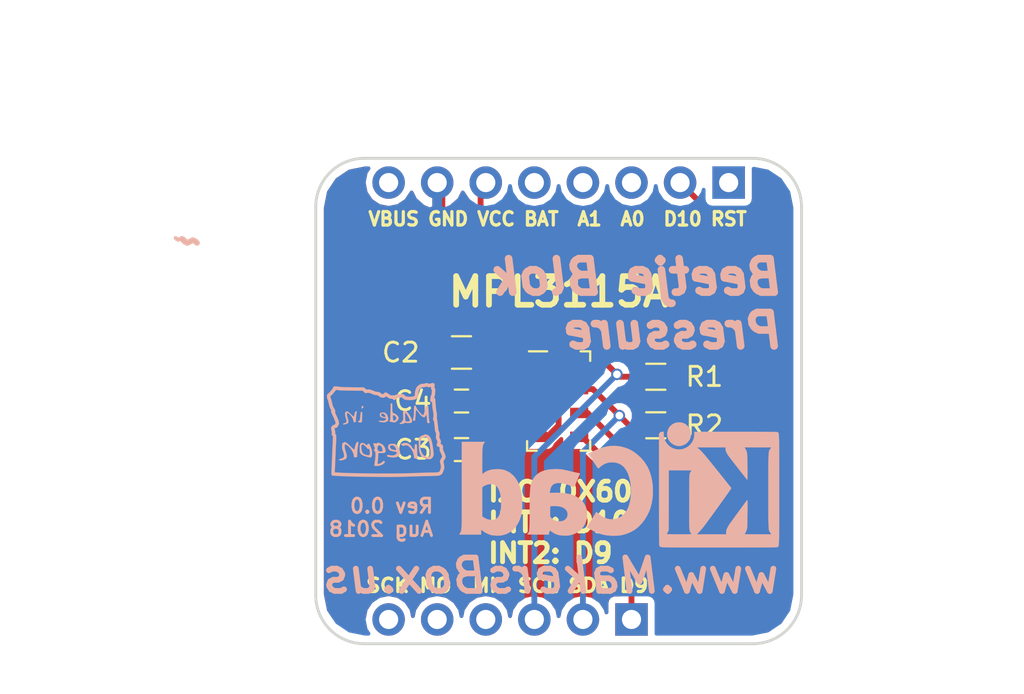
<source format=kicad_pcb>
(kicad_pcb (version 4) (host pcbnew 4.0.7)

  (general
    (links 17)
    (no_connects 0)
    (area 142.164999 86.284999 167.715001 111.835001)
    (thickness 1.6)
    (drawings 21)
    (tracks 56)
    (zones 0)
    (modules 10)
    (nets 16)
  )

  (page A)
  (title_block
    (title "Beetje 32U4 Blok")
    (date 2018-08-10)
    (rev 0.0)
    (company www.MakersBox.us)
    (comment 1 648.ken@gmail.com)
  )

  (layers
    (0 F.Cu signal)
    (31 B.Cu signal)
    (32 B.Adhes user)
    (33 F.Adhes user)
    (34 B.Paste user)
    (35 F.Paste user)
    (36 B.SilkS user)
    (37 F.SilkS user)
    (38 B.Mask user)
    (39 F.Mask user)
    (40 Dwgs.User user)
    (41 Cmts.User user)
    (42 Eco1.User user)
    (43 Eco2.User user)
    (44 Edge.Cuts user)
    (45 Margin user)
    (46 B.CrtYd user)
    (47 F.CrtYd user)
    (48 B.Fab user)
    (49 F.Fab user)
  )

  (setup
    (last_trace_width 0.3048)
    (user_trace_width 0.3048)
    (user_trace_width 0.4064)
    (user_trace_width 0.6096)
    (trace_clearance 0.2)
    (zone_clearance 0.35)
    (zone_45_only no)
    (trace_min 0.2)
    (segment_width 0.2)
    (edge_width 0.15)
    (via_size 0.6)
    (via_drill 0.4)
    (via_min_size 0.4)
    (via_min_drill 0.3)
    (uvia_size 0.3)
    (uvia_drill 0.1)
    (uvias_allowed no)
    (uvia_min_size 0.2)
    (uvia_min_drill 0.1)
    (pcb_text_width 0.3)
    (pcb_text_size 1.5 1.5)
    (mod_edge_width 0.15)
    (mod_text_size 1 1)
    (mod_text_width 0.15)
    (pad_size 1.7 1.7)
    (pad_drill 0.508)
    (pad_to_mask_clearance 0)
    (aux_axis_origin 0 0)
    (visible_elements 7FFFFFFF)
    (pcbplotparams
      (layerselection 0x00030_80000001)
      (usegerberextensions false)
      (excludeedgelayer true)
      (linewidth 0.100000)
      (plotframeref false)
      (viasonmask false)
      (mode 1)
      (useauxorigin false)
      (hpglpennumber 1)
      (hpglpenspeed 20)
      (hpglpendiameter 15)
      (hpglpenoverlay 2)
      (psnegative false)
      (psa4output false)
      (plotreference true)
      (plotvalue true)
      (plotinvisibletext false)
      (padsonsilk false)
      (subtractmaskfromsilk false)
      (outputformat 1)
      (mirror false)
      (drillshape 1)
      (scaleselection 1)
      (outputdirectory ""))
  )

  (net 0 "")
  (net 1 GND)
  (net 2 VBUS)
  (net 3 +BATT)
  (net 4 /D10)
  (net 5 /D9)
  (net 6 /SCL)
  (net 7 /SDA)
  (net 8 /A0)
  (net 9 /A1)
  (net 10 /SCK)
  (net 11 /MOSI)
  (net 12 /MISO)
  (net 13 /~RESET)
  (net 14 VCC)
  (net 15 "Net-(C4-Pad1)")

  (net_class Default "This is the default net class."
    (clearance 0.2)
    (trace_width 0.25)
    (via_dia 0.6)
    (via_drill 0.4)
    (uvia_dia 0.3)
    (uvia_drill 0.1)
    (add_net +BATT)
    (add_net /A0)
    (add_net /A1)
    (add_net /D10)
    (add_net /D9)
    (add_net /MISO)
    (add_net /MOSI)
    (add_net /SCK)
    (add_net /SCL)
    (add_net /SDA)
    (add_net /~RESET)
    (add_net GND)
    (add_net "Net-(C4-Pad1)")
    (add_net VBUS)
    (add_net VCC)
  )

  (module footprints:Pin_Header_Straight_1x06_Pitch2.54mm (layer F.Cu) (tedit 5B6DE62D) (tstamp 5B6E0692)
    (at 158.75 110.49 270)
    (descr "Through hole straight pin header, 1x06, 2.54mm pitch, single row")
    (tags "Through hole pin header THT 1x06 2.54mm single row")
    (path /5B6D5224)
    (fp_text reference J2 (at 2.286 -1.27 360) (layer F.SilkS) hide
      (effects (font (size 1 1) (thickness 0.15)))
    )
    (fp_text value Conn_01x06 (at 2.286 9.525 360) (layer F.Fab)
      (effects (font (size 1 1) (thickness 0.15)))
    )
    (fp_line (start -0.635 -1.27) (end 1.27 -1.27) (layer F.Fab) (width 0.1))
    (fp_line (start 1.27 -1.27) (end 1.27 13.97) (layer F.Fab) (width 0.1))
    (fp_line (start 1.27 13.97) (end -1.27 13.97) (layer F.Fab) (width 0.1))
    (fp_line (start -1.27 13.97) (end -1.27 -0.635) (layer F.Fab) (width 0.1))
    (fp_line (start -1.27 -0.635) (end -0.635 -1.27) (layer F.Fab) (width 0.1))
    (fp_line (start -1.8 -1.8) (end -1.8 14.5) (layer F.CrtYd) (width 0.05))
    (fp_line (start -1.8 14.5) (end 1.8 14.5) (layer F.CrtYd) (width 0.05))
    (fp_line (start 1.8 14.5) (end 1.8 -1.8) (layer F.CrtYd) (width 0.05))
    (fp_line (start 1.8 -1.8) (end -1.8 -1.8) (layer F.CrtYd) (width 0.05))
    (fp_text user %R (at 0 6.35 360) (layer F.Fab)
      (effects (font (size 1 1) (thickness 0.15)))
    )
    (pad 1 thru_hole rect (at 0 0 270) (size 1.7 1.7) (drill 1) (layers *.Cu *.Mask)
      (net 5 /D9))
    (pad 2 thru_hole oval (at 0 2.54 270) (size 1.7 1.7) (drill 1) (layers *.Cu *.Mask)
      (net 7 /SDA))
    (pad 3 thru_hole oval (at 0 5.08 270) (size 1.7 1.7) (drill 1) (layers *.Cu *.Mask)
      (net 6 /SCL))
    (pad 4 thru_hole oval (at 0 7.62 270) (size 1.7 1.7) (drill 1) (layers *.Cu *.Mask)
      (net 12 /MISO))
    (pad 5 thru_hole oval (at 0 10.16 270) (size 1.7 1.7) (drill 1) (layers *.Cu *.Mask)
      (net 11 /MOSI))
    (pad 6 thru_hole oval (at 0 12.7 270) (size 1.7 1.7) (drill 1) (layers *.Cu *.Mask)
      (net 10 /SCK))
  )

  (module footprints:Pin_Header_Straight_1x08_Pitch2.54mm (layer F.Cu) (tedit 5B6DE634) (tstamp 5B6E06A5)
    (at 163.83 87.63 270)
    (descr "Through hole straight pin header, 1x08, 2.54mm pitch, single row")
    (tags "Through hole pin header THT 1x08 2.54mm single row")
    (path /5B6D51CD)
    (fp_text reference J4 (at -2.286 0.127 360) (layer F.SilkS) hide
      (effects (font (size 1 1) (thickness 0.15)))
    )
    (fp_text value Conn_01x08 (at -2.413 14.605 360) (layer F.Fab)
      (effects (font (size 1 1) (thickness 0.15)))
    )
    (fp_line (start -0.635 -1.27) (end 1.27 -1.27) (layer F.Fab) (width 0.1))
    (fp_line (start 1.27 -1.27) (end 1.27 19.05) (layer F.Fab) (width 0.1))
    (fp_line (start 1.27 19.05) (end -1.27 19.05) (layer F.Fab) (width 0.1))
    (fp_line (start -1.27 19.05) (end -1.27 -0.635) (layer F.Fab) (width 0.1))
    (fp_line (start -1.27 -0.635) (end -0.635 -1.27) (layer F.Fab) (width 0.1))
    (fp_line (start -1.8 -1.8) (end -1.8 19.55) (layer F.CrtYd) (width 0.05))
    (fp_line (start -1.8 19.55) (end 1.8 19.55) (layer F.CrtYd) (width 0.05))
    (fp_line (start 1.8 19.55) (end 1.8 -1.8) (layer F.CrtYd) (width 0.05))
    (fp_line (start 1.8 -1.8) (end -1.8 -1.8) (layer F.CrtYd) (width 0.05))
    (fp_text user %R (at 0 8.89 360) (layer F.Fab)
      (effects (font (size 1 1) (thickness 0.15)))
    )
    (pad 1 thru_hole rect (at 0 0 270) (size 1.7 1.7) (drill 1) (layers *.Cu *.Mask)
      (net 13 /~RESET))
    (pad 2 thru_hole oval (at 0 2.54 270) (size 1.7 1.7) (drill 1) (layers *.Cu *.Mask)
      (net 4 /D10))
    (pad 3 thru_hole oval (at 0 5.08 270) (size 1.7 1.7) (drill 1) (layers *.Cu *.Mask)
      (net 8 /A0))
    (pad 4 thru_hole oval (at 0 7.62 270) (size 1.7 1.7) (drill 1) (layers *.Cu *.Mask)
      (net 9 /A1))
    (pad 5 thru_hole oval (at 0 10.16 270) (size 1.7 1.7) (drill 1) (layers *.Cu *.Mask)
      (net 3 +BATT))
    (pad 6 thru_hole oval (at 0 12.7 270) (size 1.7 1.7) (drill 1) (layers *.Cu *.Mask)
      (net 14 VCC))
    (pad 7 thru_hole oval (at 0 15.24 270) (size 1.7 1.7) (drill 1) (layers *.Cu *.Mask)
      (net 1 GND))
    (pad 8 thru_hole oval (at 0 17.78 270) (size 1.7 1.7) (drill 1) (layers *.Cu *.Mask)
      (net 2 VBUS))
  )

  (module Housings_LGA:LGA-8_3x5mm_Pitch1.25mm (layer F.Cu) (tedit 5B72270C) (tstamp 5B722161)
    (at 154.94 99.06)
    (descr LGA-8)
    (tags "lga land grid array")
    (path /5B4A2B5B)
    (attr smd)
    (fp_text reference U2 (at 0 -3.65) (layer F.SilkS) hide
      (effects (font (size 1 1) (thickness 0.15)))
    )
    (fp_text value MPL3115A (at 0 3.65) (layer F.Fab)
      (effects (font (size 1 1) (thickness 0.15)))
    )
    (fp_text user %R (at 0 0) (layer F.Fab)
      (effects (font (size 0.5 0.5) (thickness 0.075)))
    )
    (fp_line (start 1.5 -2.5) (end 1.5 2.5) (layer F.Fab) (width 0.1))
    (fp_line (start 1.5 2.5) (end -1.5 2.5) (layer F.Fab) (width 0.1))
    (fp_line (start -1.5 2.5) (end -1.5 -1.75) (layer F.Fab) (width 0.1))
    (fp_line (start -1.5 -1.75) (end -0.75 -2.5) (layer F.Fab) (width 0.1))
    (fp_line (start -0.75 -2.5) (end 1.5 -2.5) (layer F.Fab) (width 0.1))
    (fp_line (start 1.15 -2.6) (end 1.65 -2.6) (layer F.SilkS) (width 0.12))
    (fp_line (start 1.65 -2.6) (end 1.65 -2.1) (layer F.SilkS) (width 0.12))
    (fp_line (start 1.65 2.1) (end 1.65 2.6) (layer F.SilkS) (width 0.12))
    (fp_line (start 1.65 2.6) (end 1.15 2.6) (layer F.SilkS) (width 0.12))
    (fp_line (start -1.15 2.6) (end -1.65 2.6) (layer F.SilkS) (width 0.12))
    (fp_line (start -1.65 2.6) (end -1.65 2.1) (layer F.SilkS) (width 0.12))
    (fp_line (start -1.55 -2.6) (end -0.6 -2.6) (layer F.SilkS) (width 0.12))
    (fp_line (start -1.8 -2.75) (end 1.8 -2.75) (layer F.CrtYd) (width 0.05))
    (fp_line (start -1.8 -2.75) (end -1.8 2.75) (layer F.CrtYd) (width 0.05))
    (fp_line (start 1.8 2.75) (end 1.8 -2.75) (layer F.CrtYd) (width 0.05))
    (fp_line (start 1.8 2.75) (end -1.8 2.75) (layer F.CrtYd) (width 0.05))
    (pad 4 smd rect (at -1.075 1.875) (size 0.95 0.55) (layers F.Cu F.Paste F.Mask)
      (net 14 VCC))
    (pad 1 smd rect (at -1.075 -1.875) (size 0.95 0.55) (layers F.Cu F.Paste F.Mask)
      (net 14 VCC))
    (pad 2 smd rect (at -1.075 -0.625) (size 0.95 0.55) (layers F.Cu F.Paste F.Mask)
      (net 15 "Net-(C4-Pad1)"))
    (pad 3 smd rect (at -1.075 0.625) (size 0.95 0.55) (layers F.Cu F.Paste F.Mask)
      (net 1 GND))
    (pad 8 smd rect (at 1.075 -1.875) (size 0.95 0.55) (layers F.Cu F.Paste F.Mask)
      (net 6 /SCL))
    (pad 7 smd rect (at 1.075 -0.625) (size 0.95 0.55) (layers F.Cu F.Paste F.Mask)
      (net 7 /SDA))
    (pad 6 smd rect (at 1.075 0.625) (size 0.95 0.55) (layers F.Cu F.Paste F.Mask)
      (net 4 /D10))
    (pad 5 smd rect (at 1.075 1.875) (size 0.95 0.55) (layers F.Cu F.Paste F.Mask)
      (net 5 /D9))
    (model ${KISYS3DMOD}/Housings_LGA.3dshapes/LGA-8_3x5mm_Pitch1.25mm.wrl
      (at (xyz 0 0 0))
      (scale (xyz 1 1 1))
      (rotate (xyz 0 0 0))
    )
  )

  (module Capacitors_SMD:C_0805 (layer F.Cu) (tedit 5B72241C) (tstamp 5B722427)
    (at 149.86 96.52 180)
    (descr "Capacitor SMD 0805, reflow soldering, AVX (see smccp.pdf)")
    (tags "capacitor 0805")
    (path /5B4A34FF)
    (attr smd)
    (fp_text reference C2 (at 3.175 0 180) (layer F.SilkS)
      (effects (font (size 1 1) (thickness 0.15)))
    )
    (fp_text value 10uF (at 0 1.75 180) (layer F.Fab)
      (effects (font (size 1 1) (thickness 0.15)))
    )
    (fp_text user %R (at 0 -1.5 180) (layer F.Fab)
      (effects (font (size 1 1) (thickness 0.15)))
    )
    (fp_line (start -1 0.62) (end -1 -0.62) (layer F.Fab) (width 0.1))
    (fp_line (start 1 0.62) (end -1 0.62) (layer F.Fab) (width 0.1))
    (fp_line (start 1 -0.62) (end 1 0.62) (layer F.Fab) (width 0.1))
    (fp_line (start -1 -0.62) (end 1 -0.62) (layer F.Fab) (width 0.1))
    (fp_line (start 0.5 -0.85) (end -0.5 -0.85) (layer F.SilkS) (width 0.12))
    (fp_line (start -0.5 0.85) (end 0.5 0.85) (layer F.SilkS) (width 0.12))
    (fp_line (start -1.75 -0.88) (end 1.75 -0.88) (layer F.CrtYd) (width 0.05))
    (fp_line (start -1.75 -0.88) (end -1.75 0.87) (layer F.CrtYd) (width 0.05))
    (fp_line (start 1.75 0.87) (end 1.75 -0.88) (layer F.CrtYd) (width 0.05))
    (fp_line (start 1.75 0.87) (end -1.75 0.87) (layer F.CrtYd) (width 0.05))
    (pad 1 smd rect (at -1 0 180) (size 1 1.25) (layers F.Cu F.Paste F.Mask)
      (net 14 VCC))
    (pad 2 smd rect (at 1 0 180) (size 1 1.25) (layers F.Cu F.Paste F.Mask)
      (net 1 GND))
    (model Capacitors_SMD.3dshapes/C_0805.wrl
      (at (xyz 0 0 0))
      (scale (xyz 1 1 1))
      (rotate (xyz 0 0 0))
    )
  )

  (module Capacitors_SMD:C_0603 (layer F.Cu) (tedit 5B72240D) (tstamp 5B722437)
    (at 149.86 101.6 180)
    (descr "Capacitor SMD 0603, reflow soldering, AVX (see smccp.pdf)")
    (tags "capacitor 0603")
    (path /5B4A364F)
    (attr smd)
    (fp_text reference C3 (at 2.54 0 180) (layer F.SilkS)
      (effects (font (size 1 1) (thickness 0.15)))
    )
    (fp_text value 0.1uF (at 0 1.5 180) (layer F.Fab)
      (effects (font (size 1 1) (thickness 0.15)))
    )
    (fp_line (start 1.4 0.65) (end -1.4 0.65) (layer F.CrtYd) (width 0.05))
    (fp_line (start 1.4 0.65) (end 1.4 -0.65) (layer F.CrtYd) (width 0.05))
    (fp_line (start -1.4 -0.65) (end -1.4 0.65) (layer F.CrtYd) (width 0.05))
    (fp_line (start -1.4 -0.65) (end 1.4 -0.65) (layer F.CrtYd) (width 0.05))
    (fp_line (start 0.35 0.6) (end -0.35 0.6) (layer F.SilkS) (width 0.12))
    (fp_line (start -0.35 -0.6) (end 0.35 -0.6) (layer F.SilkS) (width 0.12))
    (fp_line (start -0.8 -0.4) (end 0.8 -0.4) (layer F.Fab) (width 0.1))
    (fp_line (start 0.8 -0.4) (end 0.8 0.4) (layer F.Fab) (width 0.1))
    (fp_line (start 0.8 0.4) (end -0.8 0.4) (layer F.Fab) (width 0.1))
    (fp_line (start -0.8 0.4) (end -0.8 -0.4) (layer F.Fab) (width 0.1))
    (fp_text user %R (at 0 0 180) (layer F.Fab)
      (effects (font (size 0.3 0.3) (thickness 0.075)))
    )
    (pad 2 smd rect (at 0.75 0 180) (size 0.8 0.75) (layers F.Cu F.Paste F.Mask)
      (net 1 GND))
    (pad 1 smd rect (at -0.75 0 180) (size 0.8 0.75) (layers F.Cu F.Paste F.Mask)
      (net 14 VCC))
    (model Capacitors_SMD.3dshapes/C_0603.wrl
      (at (xyz 0 0 0))
      (scale (xyz 1 1 1))
      (rotate (xyz 0 0 0))
    )
  )

  (module Capacitors_SMD:C_0603 (layer F.Cu) (tedit 5B722408) (tstamp 5B722447)
    (at 149.86 99.06 180)
    (descr "Capacitor SMD 0603, reflow soldering, AVX (see smccp.pdf)")
    (tags "capacitor 0603")
    (path /5B4A29A6)
    (attr smd)
    (fp_text reference C4 (at 2.54 0 180) (layer F.SilkS)
      (effects (font (size 1 1) (thickness 0.15)))
    )
    (fp_text value 0.1uF (at 0 1.5 180) (layer F.Fab)
      (effects (font (size 1 1) (thickness 0.15)))
    )
    (fp_line (start 1.4 0.65) (end -1.4 0.65) (layer F.CrtYd) (width 0.05))
    (fp_line (start 1.4 0.65) (end 1.4 -0.65) (layer F.CrtYd) (width 0.05))
    (fp_line (start -1.4 -0.65) (end -1.4 0.65) (layer F.CrtYd) (width 0.05))
    (fp_line (start -1.4 -0.65) (end 1.4 -0.65) (layer F.CrtYd) (width 0.05))
    (fp_line (start 0.35 0.6) (end -0.35 0.6) (layer F.SilkS) (width 0.12))
    (fp_line (start -0.35 -0.6) (end 0.35 -0.6) (layer F.SilkS) (width 0.12))
    (fp_line (start -0.8 -0.4) (end 0.8 -0.4) (layer F.Fab) (width 0.1))
    (fp_line (start 0.8 -0.4) (end 0.8 0.4) (layer F.Fab) (width 0.1))
    (fp_line (start 0.8 0.4) (end -0.8 0.4) (layer F.Fab) (width 0.1))
    (fp_line (start -0.8 0.4) (end -0.8 -0.4) (layer F.Fab) (width 0.1))
    (fp_text user %R (at 0 0 180) (layer F.Fab)
      (effects (font (size 0.3 0.3) (thickness 0.075)))
    )
    (pad 2 smd rect (at 0.75 0 180) (size 0.8 0.75) (layers F.Cu F.Paste F.Mask)
      (net 1 GND))
    (pad 1 smd rect (at -0.75 0 180) (size 0.8 0.75) (layers F.Cu F.Paste F.Mask)
      (net 15 "Net-(C4-Pad1)"))
    (model Capacitors_SMD.3dshapes/C_0603.wrl
      (at (xyz 0 0 0))
      (scale (xyz 1 1 1))
      (rotate (xyz 0 0 0))
    )
  )

  (module Resistors_SMD:R_0603 (layer F.Cu) (tedit 5B722404) (tstamp 5B722457)
    (at 160.02 97.79 180)
    (descr "Resistor SMD 0603, reflow soldering, Vishay (see dcrcw.pdf)")
    (tags "resistor 0603")
    (path /5B4A2460)
    (attr smd)
    (fp_text reference R1 (at -2.54 0 180) (layer F.SilkS)
      (effects (font (size 1 1) (thickness 0.15)))
    )
    (fp_text value 1K (at 0 1.5 180) (layer F.Fab)
      (effects (font (size 1 1) (thickness 0.15)))
    )
    (fp_text user %R (at 0 0 180) (layer F.Fab)
      (effects (font (size 0.4 0.4) (thickness 0.075)))
    )
    (fp_line (start -0.8 0.4) (end -0.8 -0.4) (layer F.Fab) (width 0.1))
    (fp_line (start 0.8 0.4) (end -0.8 0.4) (layer F.Fab) (width 0.1))
    (fp_line (start 0.8 -0.4) (end 0.8 0.4) (layer F.Fab) (width 0.1))
    (fp_line (start -0.8 -0.4) (end 0.8 -0.4) (layer F.Fab) (width 0.1))
    (fp_line (start 0.5 0.68) (end -0.5 0.68) (layer F.SilkS) (width 0.12))
    (fp_line (start -0.5 -0.68) (end 0.5 -0.68) (layer F.SilkS) (width 0.12))
    (fp_line (start -1.25 -0.7) (end 1.25 -0.7) (layer F.CrtYd) (width 0.05))
    (fp_line (start -1.25 -0.7) (end -1.25 0.7) (layer F.CrtYd) (width 0.05))
    (fp_line (start 1.25 0.7) (end 1.25 -0.7) (layer F.CrtYd) (width 0.05))
    (fp_line (start 1.25 0.7) (end -1.25 0.7) (layer F.CrtYd) (width 0.05))
    (pad 1 smd rect (at -0.75 0 180) (size 0.5 0.9) (layers F.Cu F.Paste F.Mask)
      (net 14 VCC))
    (pad 2 smd rect (at 0.75 0 180) (size 0.5 0.9) (layers F.Cu F.Paste F.Mask)
      (net 6 /SCL))
    (model ${KISYS3DMOD}/Resistors_SMD.3dshapes/R_0603.wrl
      (at (xyz 0 0 0))
      (scale (xyz 1 1 1))
      (rotate (xyz 0 0 0))
    )
  )

  (module Resistors_SMD:R_0603 (layer F.Cu) (tedit 5B722400) (tstamp 5B722467)
    (at 160.02 100.33 180)
    (descr "Resistor SMD 0603, reflow soldering, Vishay (see dcrcw.pdf)")
    (tags "resistor 0603")
    (path /5B4A240C)
    (attr smd)
    (fp_text reference R2 (at -2.54 0 180) (layer F.SilkS)
      (effects (font (size 1 1) (thickness 0.15)))
    )
    (fp_text value 1K (at 0 1.5 180) (layer F.Fab)
      (effects (font (size 1 1) (thickness 0.15)))
    )
    (fp_text user %R (at 0 0 180) (layer F.Fab)
      (effects (font (size 0.4 0.4) (thickness 0.075)))
    )
    (fp_line (start -0.8 0.4) (end -0.8 -0.4) (layer F.Fab) (width 0.1))
    (fp_line (start 0.8 0.4) (end -0.8 0.4) (layer F.Fab) (width 0.1))
    (fp_line (start 0.8 -0.4) (end 0.8 0.4) (layer F.Fab) (width 0.1))
    (fp_line (start -0.8 -0.4) (end 0.8 -0.4) (layer F.Fab) (width 0.1))
    (fp_line (start 0.5 0.68) (end -0.5 0.68) (layer F.SilkS) (width 0.12))
    (fp_line (start -0.5 -0.68) (end 0.5 -0.68) (layer F.SilkS) (width 0.12))
    (fp_line (start -1.25 -0.7) (end 1.25 -0.7) (layer F.CrtYd) (width 0.05))
    (fp_line (start -1.25 -0.7) (end -1.25 0.7) (layer F.CrtYd) (width 0.05))
    (fp_line (start 1.25 0.7) (end 1.25 -0.7) (layer F.CrtYd) (width 0.05))
    (fp_line (start 1.25 0.7) (end -1.25 0.7) (layer F.CrtYd) (width 0.05))
    (pad 1 smd rect (at -0.75 0 180) (size 0.5 0.9) (layers F.Cu F.Paste F.Mask)
      (net 14 VCC))
    (pad 2 smd rect (at 0.75 0 180) (size 0.5 0.9) (layers F.Cu F.Paste F.Mask)
      (net 7 /SDA))
    (model ${KISYS3DMOD}/Resistors_SMD.3dshapes/R_0603.wrl
      (at (xyz 0 0 0))
      (scale (xyz 1 1 1))
      (rotate (xyz 0 0 0))
    )
  )

  (module footprints:KiCad-Logo2_8mm_SilkScreen (layer B.Cu) (tedit 0) (tstamp 5B722793)
    (at 158.115 104.14 180)
    (descr "KiCad Logo")
    (tags "Logo KiCad")
    (attr virtual)
    (fp_text reference REF*** (at 0 0 180) (layer B.SilkS) hide
      (effects (font (size 1 1) (thickness 0.15)) (justify mirror))
    )
    (fp_text value KiCad-Logo2_8mm_SilkScreen (at 0.75 0 180) (layer B.Fab) hide
      (effects (font (size 1 1) (thickness 0.15)) (justify mirror))
    )
    (fp_poly (pts (xy -3.922722 3.342976) (xy -3.908256 3.191281) (xy -3.866163 3.047997) (xy -3.798393 2.916193)
      (xy -3.706899 2.798942) (xy -3.593635 2.699313) (xy -3.46451 2.622271) (xy -3.323028 2.569521)
      (xy -3.180554 2.544799) (xy -3.039896 2.546316) (xy -2.903864 2.572283) (xy -2.775267 2.62091)
      (xy -2.656914 2.690407) (xy -2.551614 2.778986) (xy -2.462177 2.884857) (xy -2.391412 3.00623)
      (xy -2.342129 3.141317) (xy -2.317135 3.288326) (xy -2.314556 3.354756) (xy -2.314556 3.471835)
      (xy -2.24542 3.471835) (xy -2.197081 3.468047) (xy -2.161271 3.452338) (xy -2.125183 3.420734)
      (xy -2.074083 3.369633) (xy -2.074083 0.451862) (xy -2.074095 0.102862) (xy -2.074138 -0.217332)
      (xy -2.074223 -0.509974) (xy -2.074361 -0.776318) (xy -2.074562 -1.017617) (xy -2.074838 -1.235125)
      (xy -2.0752 -1.430095) (xy -2.075658 -1.60378) (xy -2.076223 -1.757435) (xy -2.076906 -1.892313)
      (xy -2.077717 -2.009668) (xy -2.078669 -2.110753) (xy -2.079771 -2.196821) (xy -2.081035 -2.269127)
      (xy -2.08247 -2.328923) (xy -2.084089 -2.377464) (xy -2.085902 -2.416003) (xy -2.08792 -2.445793)
      (xy -2.090154 -2.468089) (xy -2.092614 -2.484143) (xy -2.095312 -2.49521) (xy -2.098258 -2.502542)
      (xy -2.099699 -2.505005) (xy -2.105241 -2.51434) (xy -2.109947 -2.522923) (xy -2.115045 -2.530784)
      (xy -2.121765 -2.537955) (xy -2.131336 -2.544467) (xy -2.144986 -2.550353) (xy -2.163945 -2.555642)
      (xy -2.189442 -2.560368) (xy -2.222705 -2.56456) (xy -2.264964 -2.568251) (xy -2.317448 -2.571472)
      (xy -2.381386 -2.574254) (xy -2.458007 -2.57663) (xy -2.54854 -2.578629) (xy -2.654214 -2.580284)
      (xy -2.776258 -2.581627) (xy -2.915901 -2.582687) (xy -3.074372 -2.583498) (xy -3.2529 -2.58409)
      (xy -3.452715 -2.584495) (xy -3.675045 -2.584744) (xy -3.921119 -2.584869) (xy -4.192166 -2.584901)
      (xy -4.489416 -2.584871) (xy -4.814097 -2.584811) (xy -5.167438 -2.584752) (xy -5.218541 -2.584746)
      (xy -5.573985 -2.584689) (xy -5.900594 -2.584595) (xy -6.199592 -2.584455) (xy -6.472204 -2.584259)
      (xy -6.719653 -2.583997) (xy -6.943164 -2.58366) (xy -7.14396 -2.583239) (xy -7.323266 -2.582723)
      (xy -7.482307 -2.582104) (xy -7.622306 -2.581371) (xy -7.744487 -2.580515) (xy -7.850075 -2.579526)
      (xy -7.940293 -2.578394) (xy -8.016366 -2.577111) (xy -8.079519 -2.575666) (xy -8.130975 -2.574049)
      (xy -8.171958 -2.572252) (xy -8.203692 -2.570265) (xy -8.227402 -2.568077) (xy -8.244312 -2.565679)
      (xy -8.255646 -2.563063) (xy -8.261448 -2.560841) (xy -8.272714 -2.556088) (xy -8.283058 -2.552578)
      (xy -8.292517 -2.549068) (xy -8.301132 -2.544313) (xy -8.308942 -2.537069) (xy -8.315985 -2.526091)
      (xy -8.322302 -2.510135) (xy -8.327931 -2.487955) (xy -8.332912 -2.458309) (xy -8.337284 -2.419951)
      (xy -8.341086 -2.371637) (xy -8.344358 -2.312122) (xy -8.347139 -2.240163) (xy -8.349467 -2.154513)
      (xy -8.351383 -2.053931) (xy -8.352925 -1.937169) (xy -8.354134 -1.802985) (xy -8.355047 -1.650134)
      (xy -8.355705 -1.477371) (xy -8.356146 -1.283452) (xy -8.356411 -1.067133) (xy -8.356536 -0.827168)
      (xy -8.356564 -0.562314) (xy -8.356533 -0.271326) (xy -8.356481 0.04704) (xy -8.356449 0.39403)
      (xy -8.356449 0.450148) (xy -8.356467 0.800159) (xy -8.356501 1.121364) (xy -8.356515 1.415017)
      (xy -8.356476 1.682372) (xy -8.356351 1.924683) (xy -8.356103 2.143203) (xy -8.3557 2.339187)
      (xy -8.355107 2.513887) (xy -8.354335 2.660237) (xy -7.951149 2.660237) (xy -7.898174 2.583225)
      (xy -7.883302 2.562232) (xy -7.869895 2.543644) (xy -7.857876 2.52588) (xy -7.84717 2.507362)
      (xy -7.837703 2.486509) (xy -7.829397 2.461743) (xy -7.822178 2.431483) (xy -7.815969 2.39415)
      (xy -7.810696 2.348165) (xy -7.806282 2.291948) (xy -7.802652 2.22392) (xy -7.79973 2.1425)
      (xy -7.797441 2.04611) (xy -7.795709 1.93317) (xy -7.794458 1.802101) (xy -7.793614 1.651322)
      (xy -7.793099 1.479254) (xy -7.792839 1.284319) (xy -7.792757 1.064935) (xy -7.792779 0.819524)
      (xy -7.792828 0.546506) (xy -7.79284 0.383255) (xy -7.792808 0.094417) (xy -7.792763 -0.165943)
      (xy -7.792779 -0.399406) (xy -7.792931 -0.607554) (xy -7.793294 -0.791969) (xy -7.793943 -0.954231)
      (xy -7.794953 -1.095922) (xy -7.796399 -1.218624) (xy -7.798355 -1.323917) (xy -7.800896 -1.413383)
      (xy -7.804097 -1.488603) (xy -7.808033 -1.551159) (xy -7.81278 -1.602632) (xy -7.81841 -1.644603)
      (xy -7.825001 -1.678653) (xy -7.832626 -1.706365) (xy -7.84136 -1.729318) (xy -7.851279 -1.749096)
      (xy -7.862456 -1.767278) (xy -7.874967 -1.785446) (xy -7.888888 -1.805182) (xy -7.896997 -1.817019)
      (xy -7.948618 -1.893728) (xy -7.240914 -1.893728) (xy -7.076826 -1.893681) (xy -6.940367 -1.893481)
      (xy -6.829109 -1.893033) (xy -6.740621 -1.892244) (xy -6.672476 -1.89102) (xy -6.622243 -1.889269)
      (xy -6.587493 -1.886897) (xy -6.565798 -1.88381) (xy -6.554727 -1.879916) (xy -6.551851 -1.87512)
      (xy -6.554741 -1.86933) (xy -6.556333 -1.867426) (xy -6.589817 -1.81807) (xy -6.624296 -1.747773)
      (xy -6.655729 -1.665227) (xy -6.666738 -1.630061) (xy -6.672884 -1.606175) (xy -6.678078 -1.578135)
      (xy -6.68243 -1.543165) (xy -6.686048 -1.498489) (xy -6.689043 -1.441329) (xy -6.691523 -1.36891)
      (xy -6.693598 -1.278455) (xy -6.695377 -1.167188) (xy -6.69697 -1.032331) (xy -6.698486 -0.871109)
      (xy -6.698988 -0.811597) (xy -6.700342 -0.644976) (xy -6.701352 -0.506026) (xy -6.701941 -0.392361)
      (xy -6.702031 -0.301596) (xy -6.701544 -0.231344) (xy -6.700403 -0.179219) (xy -6.69853 -0.142834)
      (xy -6.695847 -0.119804) (xy -6.692276 -0.107742) (xy -6.687739 -0.104261) (xy -6.682159 -0.106976)
      (xy -6.676203 -0.112722) (xy -6.662417 -0.129943) (xy -6.63305 -0.168651) (xy -6.590179 -0.22601)
      (xy -6.535882 -0.299181) (xy -6.472237 -0.385326) (xy -6.401323 -0.481609) (xy -6.325216 -0.585192)
      (xy -6.245995 -0.693237) (xy -6.165738 -0.802907) (xy -6.086522 -0.911364) (xy -6.010426 -1.01577)
      (xy -5.939527 -1.113289) (xy -5.875903 -1.201083) (xy -5.821633 -1.276314) (xy -5.778793 -1.336144)
      (xy -5.749462 -1.377737) (xy -5.74338 -1.386567) (xy -5.712864 -1.435698) (xy -5.677172 -1.49959)
      (xy -5.643357 -1.565542) (xy -5.639069 -1.574437) (xy -5.610208 -1.638602) (xy -5.593452 -1.68861)
      (xy -5.585823 -1.736307) (xy -5.584334 -1.792278) (xy -5.585178 -1.893728) (xy -4.048204 -1.893728)
      (xy -4.169575 -1.768938) (xy -4.231879 -1.70251) (xy -4.29883 -1.627316) (xy -4.360132 -1.555063)
      (xy -4.387325 -1.52131) (xy -4.427849 -1.468661) (xy -4.481176 -1.397817) (xy -4.545747 -1.310947)
      (xy -4.620001 -1.210222) (xy -4.702381 -1.097809) (xy -4.791326 -0.975879) (xy -4.885278 -0.846602)
      (xy -4.982678 -0.712146) (xy -5.081965 -0.574681) (xy -5.181581 -0.436377) (xy -5.279967 -0.299403)
      (xy -5.375564 -0.165929) (xy -5.466812 -0.038124) (xy -5.552152 0.081843) (xy -5.630025 0.191801)
      (xy -5.698871 0.289582) (xy -5.757132 0.373016) (xy -5.803249 0.439934) (xy -5.835661 0.488166)
      (xy -5.85281 0.515542) (xy -5.85515 0.521004) (xy -5.844554 0.536083) (xy -5.816868 0.57227)
      (xy -5.773909 0.627299) (xy -5.71749 0.698907) (xy -5.649426 0.784829) (xy -5.571533 0.882802)
      (xy -5.485625 0.990562) (xy -5.393517 1.105845) (xy -5.297023 1.226386) (xy -5.197959 1.349921)
      (xy -5.118438 1.448918) (xy -3.772426 1.448918) (xy -3.764558 1.431667) (xy -3.74548 1.402045)
      (xy -3.744086 1.400072) (xy -3.719073 1.359927) (xy -3.692916 1.310891) (xy -3.687725 1.300059)
      (xy -3.683017 1.288837) (xy -3.678857 1.275366) (xy -3.675203 1.25779) (xy -3.672015 1.234255)
      (xy -3.669255 1.202906) (xy -3.666881 1.161888) (xy -3.664853 1.109348) (xy -3.663132 1.043429)
      (xy -3.661676 0.962277) (xy -3.660447 0.864038) (xy -3.659404 0.746857) (xy -3.658506 0.608879)
      (xy -3.657714 0.448249) (xy -3.656988 0.263112) (xy -3.656287 0.051614) (xy -3.655577 -0.186509)
      (xy -3.65486 -0.432967) (xy -3.654282 -0.651229) (xy -3.653931 -0.843155) (xy -3.653898 -1.010607)
      (xy -3.654272 -1.155449) (xy -3.655143 -1.27954) (xy -3.656601 -1.384744) (xy -3.658736 -1.472922)
      (xy -3.661637 -1.545936) (xy -3.665394 -1.605648) (xy -3.670097 -1.65392) (xy -3.675835 -1.692614)
      (xy -3.682699 -1.723591) (xy -3.690778 -1.748714) (xy -3.700162 -1.769845) (xy -3.71094 -1.788845)
      (xy -3.723203 -1.807576) (xy -3.73452 -1.824175) (xy -3.757334 -1.859182) (xy -3.770843 -1.882593)
      (xy -3.772426 -1.88688) (xy -3.757905 -1.888314) (xy -3.716375 -1.889646) (xy -3.650889 -1.890845)
      (xy -3.564495 -1.891877) (xy -3.460246 -1.892712) (xy -3.341192 -1.893317) (xy -3.210384 -1.89366)
      (xy -3.118639 -1.893728) (xy -2.978855 -1.893434) (xy -2.849924 -1.892593) (xy -2.734758 -1.891263)
      (xy -2.63627 -1.889503) (xy -2.557376 -1.887372) (xy -2.500988 -1.884928) (xy -2.47002 -1.882231)
      (xy -2.464852 -1.880538) (xy -2.4751 -1.860697) (xy -2.485749 -1.850006) (xy -2.503286 -1.827204)
      (xy -2.526237 -1.786929) (xy -2.54211 -1.754231) (xy -2.577574 -1.675799) (xy -2.581668 -0.108964)
      (xy -2.585762 1.45787) (xy -3.179094 1.45787) (xy -3.309323 1.457651) (xy -3.42967 1.457027)
      (xy -3.536932 1.456047) (xy -3.627907 1.454757) (xy -3.699393 1.453208) (xy -3.748186 1.451446)
      (xy -3.771085 1.449521) (xy -3.772426 1.448918) (xy -5.118438 1.448918) (xy -5.09814 1.474187)
      (xy -4.99938 1.596919) (xy -4.903493 1.715853) (xy -4.812296 1.828726) (xy -4.727602 1.933272)
      (xy -4.651227 2.027229) (xy -4.584984 2.108332) (xy -4.53069 2.174316) (xy -4.507838 2.201835)
      (xy -4.392952 2.335851) (xy -4.290971 2.446697) (xy -4.199355 2.536991) (xy -4.115566 2.609349)
      (xy -4.103077 2.619158) (xy -4.050473 2.659904) (xy -4.803864 2.66007) (xy -5.557254 2.660237)
      (xy -5.550213 2.596361) (xy -5.55461 2.520016) (xy -5.583276 2.429118) (xy -5.636496 2.322943)
      (xy -5.696817 2.226708) (xy -5.718409 2.196559) (xy -5.755758 2.146559) (xy -5.806637 2.079558)
      (xy -5.86882 1.998409) (xy -5.940081 1.905962) (xy -6.018192 1.805067) (xy -6.100928 1.698577)
      (xy -6.186063 1.589342) (xy -6.271369 1.480213) (xy -6.354621 1.374041) (xy -6.433592 1.273677)
      (xy -6.506055 1.181973) (xy -6.569785 1.101779) (xy -6.622555 1.035946) (xy -6.662138 0.987326)
      (xy -6.686309 0.95877) (xy -6.690381 0.954379) (xy -6.694188 0.965038) (xy -6.697135 1.00537)
      (xy -6.699217 1.075) (xy -6.700429 1.173553) (xy -6.700766 1.300656) (xy -6.700223 1.455932)
      (xy -6.699013 1.615681) (xy -6.697253 1.791569) (xy -6.695223 1.940333) (xy -6.692593 2.064908)
      (xy -6.689031 2.168229) (xy -6.684206 2.253231) (xy -6.677787 2.322848) (xy -6.669444 2.380016)
      (xy -6.658844 2.427669) (xy -6.645657 2.468743) (xy -6.629552 2.506173) (xy -6.610197 2.542893)
      (xy -6.59065 2.576229) (xy -6.540063 2.660237) (xy -7.951149 2.660237) (xy -8.354335 2.660237)
      (xy -8.354291 2.668558) (xy -8.353218 2.804453) (xy -8.351853 2.922826) (xy -8.350162 3.024931)
      (xy -8.348112 3.112021) (xy -8.345668 3.18535) (xy -8.342796 3.246171) (xy -8.339462 3.29574)
      (xy -8.335633 3.335308) (xy -8.331274 3.36613) (xy -8.326351 3.38946) (xy -8.32083 3.406552)
      (xy -8.314678 3.418658) (xy -8.307859 3.427033) (xy -8.30034 3.43293) (xy -8.292087 3.437604)
      (xy -8.283067 3.442307) (xy -8.275084 3.447058) (xy -8.268117 3.450488) (xy -8.257232 3.453588)
      (xy -8.240972 3.456375) (xy -8.217879 3.458866) (xy -8.186497 3.461077) (xy -8.145368 3.463024)
      (xy -8.093034 3.464724) (xy -8.028039 3.466193) (xy -7.948925 3.467448) (xy -7.854236 3.468506)
      (xy -7.742512 3.469382) (xy -7.612299 3.470093) (xy -7.462137 3.470655) (xy -7.29057 3.471086)
      (xy -7.096141 3.471401) (xy -6.877392 3.471617) (xy -6.632866 3.47175) (xy -6.361105 3.471817)
      (xy -6.079996 3.471835) (xy -3.922722 3.471835) (xy -3.922722 3.342976)) (layer B.SilkS) (width 0.01))
    (fp_poly (pts (xy 0.437258 2.730527) (xy 0.650464 2.702337) (xy 0.868727 2.648897) (xy 1.094796 2.569675)
      (xy 1.331418 2.464144) (xy 1.34642 2.456762) (xy 1.423232 2.41945) (xy 1.49186 2.387395)
      (xy 1.547297 2.362834) (xy 1.584536 2.348008) (xy 1.597278 2.344616) (xy 1.622863 2.337949)
      (xy 1.629003 2.332349) (xy 1.622208 2.318459) (xy 1.600853 2.28346) (xy 1.567396 2.23102)
      (xy 1.524294 2.164806) (xy 1.474008 2.088486) (xy 1.418995 2.005727) (xy 1.361714 1.920199)
      (xy 1.304623 1.835567) (xy 1.250183 1.7555) (xy 1.20085 1.683666) (xy 1.159083 1.623732)
      (xy 1.127342 1.579365) (xy 1.108085 1.554235) (xy 1.105442 1.55132) (xy 1.091971 1.557509)
      (xy 1.062227 1.580377) (xy 1.021527 1.615686) (xy 1.000566 1.63496) (xy 0.872104 1.735186)
      (xy 0.730034 1.808998) (xy 0.576256 1.85573) (xy 0.412672 1.874716) (xy 0.320275 1.873157)
      (xy 0.158995 1.85031) (xy 0.013587 1.802538) (xy -0.116384 1.729492) (xy -0.231353 1.630824)
      (xy -0.331754 1.506185) (xy -0.418022 1.355224) (xy -0.467839 1.239941) (xy -0.526222 1.059276)
      (xy -0.569252 0.862922) (xy -0.59704 0.655943) (xy -0.609695 0.443402) (xy -0.60733 0.230362)
      (xy -0.590055 0.021887) (xy -0.557981 -0.176961) (xy -0.511218 -0.361118) (xy -0.449877 -0.52552)
      (xy -0.4282 -0.571124) (xy -0.33734 -0.723014) (xy -0.230219 -0.851481) (xy -0.108412 -0.955478)
      (xy 0.02651 -1.033958) (xy 0.172971 -1.085874) (xy 0.3294 -1.110179) (xy 0.384608 -1.111967)
      (xy 0.546446 -1.097428) (xy 0.706791 -1.053737) (xy 0.86361 -0.981798) (xy 1.014867 -0.882512)
      (xy 1.136564 -0.778232) (xy 1.198512 -0.718945) (xy 1.439845 -1.114709) (xy 1.499886 -1.213446)
      (xy 1.554789 -1.304262) (xy 1.602606 -1.383895) (xy 1.641391 -1.44908) (xy 1.669194 -1.496554)
      (xy 1.68407 -1.523055) (xy 1.686003 -1.527175) (xy 1.675047 -1.540009) (xy 1.640993 -1.563016)
      (xy 1.588145 -1.594015) (xy 1.520811 -1.630829) (xy 1.443294 -1.671278) (xy 1.359902 -1.713182)
      (xy 1.27494 -1.754363) (xy 1.192714 -1.792642) (xy 1.117529 -1.825838) (xy 1.053691 -1.851775)
      (xy 1.022467 -1.862997) (xy 0.844377 -1.913342) (xy 0.660791 -1.94663) (xy 0.464142 -1.963943)
      (xy 0.295341 -1.967043) (xy 0.204867 -1.965585) (xy 0.117529 -1.962792) (xy 0.041068 -1.959009)
      (xy -0.01677 -1.954578) (xy -0.035549 -1.952337) (xy -0.220628 -1.913947) (xy -0.409051 -1.853877)
      (xy -0.59209 -1.775702) (xy -0.761013 -1.683) (xy -0.864201 -1.612864) (xy -1.033826 -1.468809)
      (xy -1.19133 -1.300302) (xy -1.333795 -1.111508) (xy -1.458303 -0.906591) (xy -1.561938 -0.689715)
      (xy -1.620324 -0.53355) (xy -1.687222 -0.289076) (xy -1.731821 -0.030064) (xy -1.754135 0.237881)
      (xy -1.754179 0.509155) (xy -1.731966 0.778153) (xy -1.687509 1.039271) (xy -1.620824 1.286905)
      (xy -1.615743 1.302334) (xy -1.532022 1.518085) (xy -1.429844 1.715017) (xy -1.305742 1.898701)
      (xy -1.15625 2.074712) (xy -1.09785 2.134973) (xy -0.916596 2.299984) (xy -0.730263 2.436505)
      (xy -0.535991 2.546021) (xy -0.330921 2.630019) (xy -0.11219 2.689985) (xy 0.01503 2.71327)
      (xy 0.226363 2.733995) (xy 0.437258 2.730527)) (layer B.SilkS) (width 0.01))
    (fp_poly (pts (xy 3.559492 1.509029) (xy 3.76175 1.482382) (xy 3.941836 1.437602) (xy 4.100911 1.374331)
      (xy 4.240138 1.292213) (xy 4.343465 1.207591) (xy 4.435116 1.108892) (xy 4.506666 1.002687)
      (xy 4.563786 0.879908) (xy 4.584388 0.822567) (xy 4.601508 0.770669) (xy 4.616422 0.722545)
      (xy 4.629302 0.675754) (xy 4.64032 0.627856) (xy 4.64965 0.576413) (xy 4.657463 0.518984)
      (xy 4.663932 0.45313) (xy 4.66923 0.376411) (xy 4.67353 0.286388) (xy 4.677003 0.18062)
      (xy 4.679823 0.056669) (xy 4.682162 -0.087906) (xy 4.684193 -0.255544) (xy 4.686088 -0.448685)
      (xy 4.687755 -0.638757) (xy 4.689521 -0.846703) (xy 4.691126 -1.026797) (xy 4.692737 -1.181244)
      (xy 4.69452 -1.312249) (xy 4.696643 -1.422017) (xy 4.699272 -1.512753) (xy 4.702576 -1.586662)
      (xy 4.706719 -1.64595) (xy 4.71187 -1.692822) (xy 4.718196 -1.729483) (xy 4.725863 -1.758137)
      (xy 4.735038 -1.78099) (xy 4.745888 -1.800248) (xy 4.758581 -1.818115) (xy 4.773283 -1.836796)
      (xy 4.779009 -1.844029) (xy 4.80007 -1.874436) (xy 4.809438 -1.895142) (xy 4.809468 -1.895754)
      (xy 4.794986 -1.898682) (xy 4.753733 -1.901378) (xy 4.688997 -1.903769) (xy 4.604064 -1.905778)
      (xy 4.502223 -1.907329) (xy 4.38676 -1.908346) (xy 4.260964 -1.908753) (xy 4.246443 -1.908757)
      (xy 3.683419 -1.908757) (xy 3.679076 -1.780858) (xy 3.674734 -1.652958) (xy 3.592071 -1.720841)
      (xy 3.46249 -1.810726) (xy 3.316172 -1.883541) (xy 3.201056 -1.923787) (xy 3.109098 -1.943342)
      (xy 2.998126 -1.956647) (xy 2.878615 -1.963285) (xy 2.761037 -1.962843) (xy 2.655867 -1.954905)
      (xy 2.607633 -1.947298) (xy 2.421218 -1.89689) (xy 2.2529 -1.823874) (xy 2.103896 -1.729337)
      (xy 1.975424 -1.614365) (xy 1.868699 -1.480046) (xy 1.78494 -1.327467) (xy 1.72586 -1.159594)
      (xy 1.709438 -1.084261) (xy 1.699307 -1.001451) (xy 1.694476 -0.901815) (xy 1.693817 -0.856686)
      (xy 1.693904 -0.852446) (xy 2.705656 -0.852446) (xy 2.718029 -0.952367) (xy 2.755556 -1.037343)
      (xy 2.820085 -1.111417) (xy 2.826818 -1.117292) (xy 2.891115 -1.163659) (xy 2.959958 -1.193724)
      (xy 3.040814 -1.209595) (xy 3.141149 -1.21338) (xy 3.165257 -1.21284) (xy 3.236909 -1.209309)
      (xy 3.290203 -1.202098) (xy 3.336823 -1.188566) (xy 3.388452 -1.166072) (xy 3.40262 -1.159178)
      (xy 3.483368 -1.111478) (xy 3.545701 -1.054719) (xy 3.562659 -1.034431) (xy 3.62213 -0.959194)
      (xy 3.62213 -0.698413) (xy 3.621417 -0.593706) (xy 3.619167 -0.516552) (xy 3.615215 -0.464478)
      (xy 3.609396 -0.435009) (xy 3.603958 -0.4264) (xy 3.582755 -0.422188) (xy 3.537778 -0.418697)
      (xy 3.475305 -0.416256) (xy 3.401619 -0.415194) (xy 3.389786 -0.415174) (xy 3.22899 -0.422169)
      (xy 3.092299 -0.443693) (xy 2.977065 -0.480569) (xy 2.880641 -0.53362) (xy 2.807509 -0.596127)
      (xy 2.748201 -0.673195) (xy 2.715285 -0.757135) (xy 2.705656 -0.852446) (xy 1.693904 -0.852446)
      (xy 1.696391 -0.731864) (xy 1.707501 -0.626821) (xy 1.729129 -0.531998) (xy 1.763261 -0.437837)
      (xy 1.795209 -0.368111) (xy 1.873252 -0.241236) (xy 1.977227 -0.124042) (xy 2.10397 -0.018662)
      (xy 2.250318 0.072772) (xy 2.413106 0.148126) (xy 2.589171 0.205268) (xy 2.675266 0.225158)
      (xy 2.856574 0.254587) (xy 3.054208 0.274003) (xy 3.25585 0.282498) (xy 3.424346 0.280325)
      (xy 3.639875 0.2713) (xy 3.629997 0.349822) (xy 3.604311 0.48183) (xy 3.562861 0.589298)
      (xy 3.504501 0.673048) (xy 3.428083 0.733905) (xy 3.332461 0.772692) (xy 3.21649 0.790234)
      (xy 3.079021 0.787353) (xy 3.028462 0.782026) (xy 2.840486 0.748518) (xy 2.658338 0.693887)
      (xy 2.532485 0.643294) (xy 2.472361 0.617499) (xy 2.421194 0.596769) (xy 2.386111 0.583929)
      (xy 2.375875 0.581203) (xy 2.362902 0.59329) (xy 2.340643 0.631858) (xy 2.30889 0.697345)
      (xy 2.267432 0.790184) (xy 2.216061 0.910813) (xy 2.207277 0.931835) (xy 2.167261 1.028115)
      (xy 2.131341 1.115115) (xy 2.101069 1.189031) (xy 2.077996 1.246059) (xy 2.063674 1.282393)
      (xy 2.059538 1.294161) (xy 2.07285 1.300491) (xy 2.107833 1.307517) (xy 2.145474 1.312415)
      (xy 2.185623 1.318748) (xy 2.249246 1.331323) (xy 2.330697 1.348908) (xy 2.424336 1.37027)
      (xy 2.52452 1.394175) (xy 2.562545 1.403525) (xy 2.702419 1.437592) (xy 2.819131 1.464302)
      (xy 2.918435 1.484509) (xy 3.006085 1.499066) (xy 3.087836 1.508827) (xy 3.169441 1.514644)
      (xy 3.256656 1.51737) (xy 3.333898 1.5179) (xy 3.559492 1.509029)) (layer B.SilkS) (width 0.01))
    (fp_poly (pts (xy 8.236474 0.702633) (xy 8.2365 0.390539) (xy 8.236535 0.107038) (xy 8.236631 -0.149336)
      (xy 8.236841 -0.380048) (xy 8.237216 -0.586565) (xy 8.237809 -0.770351) (xy 8.23867 -0.932874)
      (xy 8.239853 -1.075598) (xy 8.241408 -1.19999) (xy 8.243389 -1.307515) (xy 8.245846 -1.39964)
      (xy 8.248833 -1.47783) (xy 8.2524 -1.543551) (xy 8.256599 -1.598269) (xy 8.261484 -1.643449)
      (xy 8.267104 -1.680558) (xy 8.273513 -1.711062) (xy 8.280763 -1.736426) (xy 8.288905 -1.758115)
      (xy 8.29799 -1.777597) (xy 8.308073 -1.796337) (xy 8.319203 -1.8158) (xy 8.326117 -1.827924)
      (xy 8.371736 -1.908757) (xy 7.229231 -1.908757) (xy 7.229231 -1.781006) (xy 7.228257 -1.723273)
      (xy 7.225658 -1.679119) (xy 7.221918 -1.655446) (xy 7.220265 -1.653254) (xy 7.205058 -1.662419)
      (xy 7.174817 -1.686175) (xy 7.144595 -1.711969) (xy 7.071924 -1.766201) (xy 6.979423 -1.820792)
      (xy 6.876839 -1.870725) (xy 6.773919 -1.910987) (xy 6.732843 -1.923833) (xy 6.641649 -1.943225)
      (xy 6.531343 -1.956487) (xy 6.412329 -1.963202) (xy 6.295005 -1.962953) (xy 6.189773 -1.955324)
      (xy 6.139586 -1.947592) (xy 5.95573 -1.896918) (xy 5.786245 -1.820067) (xy 5.632046 -1.717737)
      (xy 5.494044 -1.590628) (xy 5.373151 -1.43944) (xy 5.284214 -1.291927) (xy 5.211165 -1.136483)
      (xy 5.155248 -0.977586) (xy 5.115311 -0.809843) (xy 5.090207 -0.627861) (xy 5.078786 -0.426245)
      (xy 5.077819 -0.323136) (xy 5.080607 -0.247545) (xy 6.18446 -0.247545) (xy 6.184737 -0.371452)
      (xy 6.188615 -0.488199) (xy 6.196154 -0.59082) (xy 6.207411 -0.672349) (xy 6.210851 -0.688779)
      (xy 6.253189 -0.831612) (xy 6.308652 -0.947473) (xy 6.377703 -1.036654) (xy 6.460804 -1.099444)
      (xy 6.558418 -1.136137) (xy 6.67101 -1.147021) (xy 6.799041 -1.13239) (xy 6.883551 -1.111458)
      (xy 6.948978 -1.087241) (xy 7.021043 -1.052828) (xy 7.075178 -1.021272) (xy 7.169113 -0.95954)
      (xy 7.169113 0.57178) (xy 7.079369 0.629784) (xy 6.974823 0.684267) (xy 6.862742 0.719749)
      (xy 6.749411 0.735624) (xy 6.641117 0.731288) (xy 6.544145 0.706135) (xy 6.501603 0.685407)
      (xy 6.424485 0.628162) (xy 6.359305 0.552578) (xy 6.304513 0.455892) (xy 6.258561 0.335342)
      (xy 6.219897 0.188167) (xy 6.218191 0.180355) (xy 6.20465 0.097473) (xy 6.194476 -0.006116)
      (xy 6.187726 -0.123444) (xy 6.18446 -0.247545) (xy 5.080607 -0.247545) (xy 5.088272 -0.039801)
      (xy 5.117488 0.220927) (xy 5.165396 0.458877) (xy 5.231928 0.673876) (xy 5.317015 0.86575)
      (xy 5.420587 1.034326) (xy 5.542575 1.179432) (xy 5.682911 1.300895) (xy 5.743041 1.342102)
      (xy 5.877441 1.416855) (xy 6.014957 1.469591) (xy 6.161524 1.501757) (xy 6.323073 1.514797)
      (xy 6.446231 1.513405) (xy 6.618848 1.498805) (xy 6.768751 1.469761) (xy 6.900278 1.424937)
      (xy 7.017765 1.363) (xy 7.082823 1.317451) (xy 7.12192 1.288275) (xy 7.150798 1.268344)
      (xy 7.161728 1.262485) (xy 7.163878 1.276903) (xy 7.165596 1.317713) (xy 7.1669 1.381253)
      (xy 7.167805 1.46386) (xy 7.168328 1.56187) (xy 7.168487 1.671621) (xy 7.168298 1.789449)
      (xy 7.167778 1.911693) (xy 7.166944 2.034687) (xy 7.165812 2.15477) (xy 7.164399 2.268279)
      (xy 7.162723 2.37155) (xy 7.1608 2.46092) (xy 7.158646 2.532727) (xy 7.15628 2.583307)
      (xy 7.155625 2.592604) (xy 7.145537 2.686353) (xy 7.130145 2.759776) (xy 7.106528 2.822511)
      (xy 7.071767 2.884198) (xy 7.063423 2.896953) (xy 7.030895 2.945799) (xy 8.236213 2.945799)
      (xy 8.236474 0.702633)) (layer B.SilkS) (width 0.01))
    (fp_poly (pts (xy -3.02624 3.958707) (xy -2.898063 3.926438) (xy -2.782789 3.869413) (xy -2.683189 3.789828)
      (xy -2.602035 3.689875) (xy -2.542098 3.571749) (xy -2.507134 3.443525) (xy -2.499344 3.314031)
      (xy -2.51912 3.189071) (xy -2.563988 3.072101) (xy -2.631472 2.966578) (xy -2.719098 2.875958)
      (xy -2.824393 2.803697) (xy -2.944882 2.753252) (xy -3.013135 2.736712) (xy -3.072378 2.726698)
      (xy -3.118046 2.722741) (xy -3.161928 2.72517) (xy -3.215814 2.734316) (xy -3.259877 2.743602)
      (xy -3.384248 2.785553) (xy -3.495647 2.853617) (xy -3.591565 2.945731) (xy -3.669496 3.05983)
      (xy -3.688067 3.096095) (xy -3.709951 3.144513) (xy -3.723675 3.185172) (xy -3.731085 3.227951)
      (xy -3.734027 3.282728) (xy -3.734397 3.344083) (xy -3.728957 3.456394) (xy -3.711096 3.548629)
      (xy -3.677559 3.629342) (xy -3.62509 3.707086) (xy -3.573769 3.766018) (xy -3.478054 3.853645)
      (xy -3.378078 3.914132) (xy -3.267907 3.950347) (xy -3.164549 3.964027) (xy -3.02624 3.958707)) (layer B.SilkS) (width 0.01))
  )

  (module footprints:MadeInOregonRev25 (layer F.Cu) (tedit 0) (tstamp 5B7229FC)
    (at 145.923 100.584)
    (fp_text reference VAL (at 0 0) (layer F.SilkS) hide
      (effects (font (size 1.143 1.143) (thickness 0.1778)))
    )
    (fp_text value MadeInOregonRev25 (at 0 0) (layer F.SilkS) hide
      (effects (font (size 1.143 1.143) (thickness 0.1778)))
    )
    (fp_poly (pts (xy -3.09626 -1.76022) (xy -3.09626 -1.72212) (xy -3.09372 -1.69672) (xy -3.09118 -1.67386)
      (xy -3.0861 -1.65608) (xy -3.07594 -1.63576) (xy -3.0734 -1.62814) (xy -3.0607 -1.6002)
      (xy -3.05054 -1.5748) (xy -3.04038 -1.54432) (xy -3.03022 -1.50876) (xy -3.02006 -1.46304)
      (xy -3.00736 -1.4097) (xy -3.00228 -1.39192) (xy -2.98704 -1.31826) (xy -2.96926 -1.2573)
      (xy -2.95402 -1.20396) (xy -2.9337 -1.15824) (xy -2.91338 -1.1176) (xy -2.91338 -1.74752)
      (xy -2.91338 -1.76276) (xy -2.91084 -1.77546) (xy -2.90322 -1.78816) (xy -2.89052 -1.8034)
      (xy -2.86766 -1.82118) (xy -2.8575 -1.83134) (xy -2.82956 -1.8542) (xy -2.80416 -1.8796)
      (xy -2.78638 -1.90246) (xy -2.77876 -1.91008) (xy -2.76606 -1.92786) (xy -2.74574 -1.95326)
      (xy -2.72034 -1.98374) (xy -2.69494 -2.01422) (xy -2.6924 -2.01676) (xy -2.66954 -2.0447)
      (xy -2.64922 -2.0701) (xy -2.63652 -2.08788) (xy -2.6289 -2.09804) (xy -2.6289 -2.10058)
      (xy -2.62382 -2.10566) (xy -2.60604 -2.10566) (xy -2.58064 -2.10566) (xy -2.55016 -2.10058)
      (xy -2.51968 -2.0955) (xy -2.50952 -2.09296) (xy -2.49682 -2.09042) (xy -2.48412 -2.08534)
      (xy -2.46888 -2.08534) (xy -2.4511 -2.0828) (xy -2.4257 -2.08026) (xy -2.39268 -2.07772)
      (xy -2.35458 -2.07772) (xy -2.30632 -2.07518) (xy -2.2479 -2.07518) (xy -2.17678 -2.07264)
      (xy -2.09296 -2.0701) (xy -2.03962 -2.0701) (xy -1.95326 -2.06756) (xy -1.8669 -2.06756)
      (xy -1.78054 -2.06502) (xy -1.69672 -2.06502) (xy -1.61798 -2.06248) (xy -1.54686 -2.06248)
      (xy -1.48336 -2.06248) (xy -1.4351 -2.06248) (xy -1.4224 -2.06248) (xy -1.22936 -2.06248)
      (xy -1.1684 -2.00152) (xy -1.10744 -1.9431) (xy -1.0668 -1.9431) (xy -1.03886 -1.9431)
      (xy -1.0033 -1.94564) (xy -0.97536 -1.95072) (xy -0.94234 -1.95326) (xy -0.91186 -1.95072)
      (xy -0.87884 -1.94564) (xy -0.8382 -1.93548) (xy -0.79248 -1.9177) (xy -0.7366 -1.89484)
      (xy -0.72136 -1.88976) (xy -0.67818 -1.86944) (xy -0.64516 -1.85674) (xy -0.61722 -1.84912)
      (xy -0.59182 -1.84404) (xy -0.56388 -1.83896) (xy -0.5461 -1.83642) (xy -0.50038 -1.83134)
      (xy -0.46482 -1.82626) (xy -0.43688 -1.81864) (xy -0.41656 -1.80848) (xy -0.39624 -1.79578)
      (xy -0.37592 -1.77546) (xy -0.37338 -1.77292) (xy -0.35052 -1.7526) (xy -0.32512 -1.73482)
      (xy -0.30734 -1.72212) (xy -0.30734 -1.72212) (xy -0.28702 -1.71704) (xy -0.25654 -1.71196)
      (xy -0.22098 -1.70434) (xy -0.18288 -1.7018) (xy -0.14986 -1.69672) (xy -0.12446 -1.69672)
      (xy -0.10922 -1.69926) (xy -0.09652 -1.70688) (xy -0.07366 -1.71958) (xy -0.05334 -1.73736)
      (xy -0.03048 -1.75768) (xy -0.01524 -1.7653) (xy -0.00508 -1.76784) (xy 0 -1.7653)
      (xy 0.01016 -1.75768) (xy 0.03048 -1.74498) (xy 0.05842 -1.7272) (xy 0.0889 -1.70688)
      (xy 0.09652 -1.7018) (xy 0.18288 -1.64846) (xy 0.25908 -1.64592) (xy 0.29464 -1.64338)
      (xy 0.3175 -1.64084) (xy 0.3302 -1.6383) (xy 0.34036 -1.63322) (xy 0.34544 -1.6256)
      (xy 0.34798 -1.62052) (xy 0.3683 -1.59766) (xy 0.39624 -1.58242) (xy 0.42672 -1.5748)
      (xy 0.4318 -1.5748) (xy 0.45974 -1.58242) (xy 0.48768 -1.6002) (xy 0.51562 -1.63068)
      (xy 0.52578 -1.64338) (xy 0.53848 -1.65608) (xy 0.5461 -1.66624) (xy 0.55626 -1.67386)
      (xy 0.56896 -1.68148) (xy 0.58928 -1.68402) (xy 0.61468 -1.6891) (xy 0.65278 -1.69418)
      (xy 0.70104 -1.69672) (xy 0.71628 -1.69926) (xy 0.8255 -1.70942) (xy 0.85598 -1.68148)
      (xy 0.89154 -1.64846) (xy 0.9271 -1.62306) (xy 0.95758 -1.60274) (xy 0.96774 -1.59766)
      (xy 0.9906 -1.59258) (xy 1.02362 -1.5875) (xy 1.0668 -1.58242) (xy 1.11252 -1.57734)
      (xy 1.16332 -1.57226) (xy 1.21158 -1.56972) (xy 1.2573 -1.56972) (xy 1.25984 -1.56972)
      (xy 1.3081 -1.56972) (xy 1.35128 -1.5748) (xy 1.39446 -1.57988) (xy 1.44272 -1.59004)
      (xy 1.48844 -1.6002) (xy 1.52146 -1.61036) (xy 1.54686 -1.62306) (xy 1.56972 -1.63576)
      (xy 1.59258 -1.65608) (xy 1.61798 -1.68148) (xy 1.63576 -1.7018) (xy 1.651 -1.72212)
      (xy 1.65862 -1.74498) (xy 1.66624 -1.77292) (xy 1.67386 -1.80848) (xy 1.6764 -1.85166)
      (xy 1.68148 -1.90246) (xy 1.6891 -1.9812) (xy 1.7018 -2.04978) (xy 1.72212 -2.10566)
      (xy 1.74752 -2.15138) (xy 1.75006 -2.15646) (xy 1.77546 -2.18186) (xy 1.81356 -2.2098)
      (xy 1.82626 -2.21742) (xy 1.8542 -2.23012) (xy 1.87706 -2.24028) (xy 1.89484 -2.24282)
      (xy 1.9177 -2.24282) (xy 1.92024 -2.24282) (xy 1.95834 -2.24282) (xy 2.00152 -2.25044)
      (xy 2.032 -2.25806) (xy 2.0701 -2.27076) (xy 2.09804 -2.27584) (xy 2.11582 -2.27838)
      (xy 2.13106 -2.2733) (xy 2.1463 -2.26822) (xy 2.15392 -2.26314) (xy 2.1844 -2.2479)
      (xy 2.22758 -2.24282) (xy 2.27584 -2.2479) (xy 2.29108 -2.25298) (xy 2.31394 -2.25806)
      (xy 2.33426 -2.26314) (xy 2.34188 -2.26314) (xy 2.34188 -2.25806) (xy 2.34442 -2.23774)
      (xy 2.34442 -2.21488) (xy 2.34442 -2.21234) (xy 2.34442 -2.1844) (xy 2.34696 -2.16408)
      (xy 2.35204 -2.1463) (xy 2.36474 -2.12852) (xy 2.3876 -2.0955) (xy 2.37998 -1.97612)
      (xy 2.37744 -1.9304) (xy 2.37236 -1.89738) (xy 2.36982 -1.87198) (xy 2.36474 -1.8542)
      (xy 2.35966 -1.83896) (xy 2.35204 -1.82372) (xy 2.34696 -1.8161) (xy 2.33172 -1.78562)
      (xy 2.3241 -1.75768) (xy 2.3241 -1.73736) (xy 2.32156 -1.70942) (xy 2.31902 -1.68656)
      (xy 2.31648 -1.67894) (xy 2.31394 -1.66116) (xy 2.30886 -1.63576) (xy 2.30886 -1.60274)
      (xy 2.30886 -1.59004) (xy 2.30886 -1.55702) (xy 2.30886 -1.5367) (xy 2.31394 -1.52146)
      (xy 2.32156 -1.5113) (xy 2.33172 -1.4986) (xy 2.33426 -1.49606) (xy 2.35458 -1.48082)
      (xy 2.3749 -1.4732) (xy 2.37744 -1.47066) (xy 2.3876 -1.47066) (xy 2.39268 -1.46558)
      (xy 2.39776 -1.45034) (xy 2.4003 -1.42494) (xy 2.40284 -1.39192) (xy 2.40538 -1.35382)
      (xy 2.40538 -1.33096) (xy 2.40792 -1.28778) (xy 2.413 -1.2319) (xy 2.42062 -1.16078)
      (xy 2.43332 -1.07442) (xy 2.4511 -0.97536) (xy 2.4511 -0.96774) (xy 2.45872 -0.92456)
      (xy 2.4638 -0.88392) (xy 2.46888 -0.85344) (xy 2.47142 -0.83058) (xy 2.47396 -0.82296)
      (xy 2.47396 -0.81026) (xy 2.47142 -0.7874) (xy 2.47142 -0.75692) (xy 2.46888 -0.72644)
      (xy 2.46888 -0.69342) (xy 2.46634 -0.66294) (xy 2.4638 -0.64262) (xy 2.46126 -0.635)
      (xy 2.4511 -0.6096) (xy 2.44856 -0.57912) (xy 2.4511 -0.54864) (xy 2.46126 -0.52324)
      (xy 2.4765 -0.51054) (xy 2.48412 -0.49784) (xy 2.49174 -0.47244) (xy 2.5019 -0.4318)
      (xy 2.50952 -0.37592) (xy 2.51968 -0.30734) (xy 2.5273 -0.2286) (xy 2.53238 -0.16764)
      (xy 2.53746 -0.1143) (xy 2.54254 -0.0635) (xy 2.54762 -0.02032) (xy 2.5527 0.01524)
      (xy 2.55524 0.04064) (xy 2.55778 0.05334) (xy 2.56794 0.07366) (xy 2.5781 0.1016)
      (xy 2.58826 0.127) (xy 2.59588 0.14732) (xy 2.6035 0.16256) (xy 2.60604 0.18034)
      (xy 2.60858 0.20066) (xy 2.60858 0.22606) (xy 2.60604 0.25908) (xy 2.6035 0.3048)
      (xy 2.6035 0.32512) (xy 2.60096 0.37084) (xy 2.60096 0.4064) (xy 2.60604 0.43434)
      (xy 2.61366 0.45974) (xy 2.62636 0.48768) (xy 2.64668 0.5207) (xy 2.66446 0.5588)
      (xy 2.67462 0.58674) (xy 2.6797 0.61468) (xy 2.67462 0.64262) (xy 2.66446 0.68072)
      (xy 2.65938 0.69088) (xy 2.64668 0.72898) (xy 2.63906 0.75946) (xy 2.63906 0.77978)
      (xy 2.6416 0.79756) (xy 2.64922 0.8128) (xy 2.64922 0.81534) (xy 2.66446 0.83058)
      (xy 2.68986 0.84836) (xy 2.72034 0.86614) (xy 2.75336 0.87884) (xy 2.77368 0.88646)
      (xy 2.794 0.89154) (xy 2.794 0.98044) (xy 2.794 1.07188) (xy 2.82448 1.13538)
      (xy 2.8575 1.20396) (xy 2.8829 1.26238) (xy 2.90322 1.31064) (xy 2.91592 1.3462)
      (xy 2.921 1.36652) (xy 2.92354 1.3843) (xy 2.92354 1.39954) (xy 2.91592 1.41478)
      (xy 2.90068 1.4351) (xy 2.90068 1.43764) (xy 2.87274 1.47828) (xy 2.84988 1.51638)
      (xy 2.8321 1.5621) (xy 2.82448 1.59004) (xy 2.80924 1.64338) (xy 2.8321 1.74244)
      (xy 2.84734 1.80848) (xy 2.85496 1.86182) (xy 2.86004 1.90754) (xy 2.86004 1.94818)
      (xy 2.85242 1.98628) (xy 2.84226 2.02438) (xy 2.84226 2.02438) (xy 2.82702 2.06756)
      (xy 2.81432 2.10566) (xy 2.79908 2.13868) (xy 2.78892 2.16154) (xy 2.77876 2.1717)
      (xy 2.77876 2.17424) (xy 2.7686 2.17678) (xy 2.74828 2.1844) (xy 2.74066 2.18948)
      (xy 2.7178 2.1971) (xy 2.68224 2.20472) (xy 2.63398 2.2098) (xy 2.57302 2.21234)
      (xy 2.49682 2.21488) (xy 2.40792 2.21742) (xy 2.30632 2.21742) (xy 2.29616 2.21742)
      (xy 2.24028 2.21996) (xy 2.17424 2.21996) (xy 2.10058 2.2225) (xy 2.02184 2.2225)
      (xy 1.9431 2.22504) (xy 1.86944 2.23012) (xy 1.84912 2.23012) (xy 1.6129 2.23774)
      (xy 1.38684 2.2479) (xy 1.16332 2.25298) (xy 0.9398 2.25806) (xy 0.71882 2.26314)
      (xy 0.4953 2.26568) (xy 0.26924 2.26822) (xy 0.03556 2.26822) (xy -0.2032 2.26822)
      (xy -0.45466 2.26822) (xy -0.71628 2.26568) (xy -0.84836 2.26314) (xy -1.03378 2.2606)
      (xy -1.20396 2.25806) (xy -1.36144 2.25552) (xy -1.50622 2.25298) (xy -1.64084 2.25044)
      (xy -1.7653 2.2479) (xy -1.88214 2.24536) (xy -1.98882 2.24282) (xy -2.08788 2.23774)
      (xy -2.17932 2.2352) (xy -2.26822 2.23266) (xy -2.35204 2.22758) (xy -2.39776 2.22504)
      (xy -2.46126 2.2225) (xy -2.51968 2.21742) (xy -2.57302 2.21488) (xy -2.61874 2.21234)
      (xy -2.65176 2.2098) (xy -2.67462 2.2098) (xy -2.68732 2.2098) (xy -2.68732 2.2098)
      (xy -2.68732 2.20218) (xy -2.68478 2.17932) (xy -2.68478 2.1463) (xy -2.68224 2.09804)
      (xy -2.6797 2.03962) (xy -2.67716 1.97104) (xy -2.67208 1.8923) (xy -2.66954 1.80594)
      (xy -2.66446 1.70942) (xy -2.65938 1.60782) (xy -2.65684 1.50114) (xy -2.65176 1.38684)
      (xy -2.64414 1.27) (xy -2.64414 1.25476) (xy -2.63906 1.11506) (xy -2.63398 0.98806)
      (xy -2.6289 0.87376) (xy -2.62382 0.77216) (xy -2.61874 0.68326) (xy -2.6162 0.60452)
      (xy -2.61366 0.53848) (xy -2.61112 0.47752) (xy -2.61112 0.42926) (xy -2.61112 0.38608)
      (xy -2.61112 0.35306) (xy -2.61112 0.32258) (xy -2.61112 0.29972) (xy -2.61366 0.28194)
      (xy -2.6162 0.2667) (xy -2.61874 0.25654) (xy -2.62128 0.24638) (xy -2.62636 0.23876)
      (xy -2.63144 0.23368) (xy -2.63652 0.22606) (xy -2.6416 0.21844) (xy -2.6543 0.2032)
      (xy -2.66192 0.18796) (xy -2.66446 0.17272) (xy -2.66192 0.14732) (xy -2.66192 0.13716)
      (xy -2.66192 0.1016) (xy -2.66446 0.06858) (xy -2.67462 0.02794) (xy -2.67462 0.0254)
      (xy -2.68732 -0.01778) (xy -2.69494 -0.04826) (xy -2.69748 -0.07112) (xy -2.69748 -0.08382)
      (xy -2.69494 -0.09398) (xy -2.68732 -0.09906) (xy -2.68732 -0.1016) (xy -2.66954 -0.10668)
      (xy -2.64668 -0.1143) (xy -2.63652 -0.1143) (xy -2.60858 -0.12192) (xy -2.58572 -0.13208)
      (xy -2.5654 -0.14732) (xy -2.54762 -0.17018) (xy -2.52476 -0.20574) (xy -2.50698 -0.2413)
      (xy -2.4638 -0.3302) (xy -2.47142 -0.40894) (xy -2.4765 -0.43942) (xy -2.48158 -0.46736)
      (xy -2.4892 -0.49276) (xy -2.49682 -0.5207) (xy -2.50952 -0.55626) (xy -2.52984 -0.59944)
      (xy -2.53492 -0.61214) (xy -2.55524 -0.66294) (xy -2.5781 -0.71374) (xy -2.60096 -0.76708)
      (xy -2.62128 -0.8128) (xy -2.63144 -0.83058) (xy -2.64668 -0.86868) (xy -2.65938 -0.89662)
      (xy -2.667 -0.91694) (xy -2.66954 -0.92964) (xy -2.667 -0.9398) (xy -2.667 -0.94996)
      (xy -2.65938 -0.97536) (xy -2.65938 -1.00584) (xy -2.66954 -1.03886) (xy -2.68732 -1.0795)
      (xy -2.71272 -1.12776) (xy -2.71526 -1.1303) (xy -2.73812 -1.17094) (xy -2.75844 -1.2065)
      (xy -2.77368 -1.23698) (xy -2.78384 -1.26746) (xy -2.79654 -1.30048) (xy -2.8067 -1.34112)
      (xy -2.81686 -1.38684) (xy -2.82702 -1.43256) (xy -2.84226 -1.49606) (xy -2.85496 -1.54686)
      (xy -2.86512 -1.5875) (xy -2.87528 -1.62052) (xy -2.88544 -1.64846) (xy -2.89306 -1.67132)
      (xy -2.90068 -1.68148) (xy -2.9083 -1.70942) (xy -2.91338 -1.7399) (xy -2.91338 -1.74752)
      (xy -2.91338 -1.1176) (xy -2.91084 -1.11506) (xy -2.90576 -1.09982) (xy -2.88798 -1.07188)
      (xy -2.87782 -1.04902) (xy -2.87274 -1.03632) (xy -2.87274 -1.02616) (xy -2.87782 -1.016)
      (xy -2.88036 -0.99822) (xy -2.8829 -0.98044) (xy -2.87782 -0.95758) (xy -2.8702 -0.92964)
      (xy -2.85496 -0.89408) (xy -2.83464 -0.84582) (xy -2.8194 -0.81534) (xy -2.78384 -0.73406)
      (xy -2.74828 -0.65786) (xy -2.72034 -0.58928) (xy -2.69494 -0.52832) (xy -2.67462 -0.47752)
      (xy -2.66192 -0.43688) (xy -2.6543 -0.40894) (xy -2.6543 -0.4064) (xy -2.64922 -0.37846)
      (xy -2.65176 -0.36068) (xy -2.65684 -0.34036) (xy -2.66446 -0.32766) (xy -2.67462 -0.30734)
      (xy -2.68732 -0.29464) (xy -2.70256 -0.28702) (xy -2.72542 -0.28194) (xy -2.73812 -0.2794)
      (xy -2.75336 -0.27686) (xy -2.77114 -0.2667) (xy -2.78892 -0.25146) (xy -2.81686 -0.22606)
      (xy -2.82448 -0.2159) (xy -2.84988 -0.1905) (xy -2.86766 -0.17272) (xy -2.87782 -0.16002)
      (xy -2.8829 -0.14732) (xy -2.8829 -0.13208) (xy -2.8829 -0.12192) (xy -2.88036 -0.06858)
      (xy -2.86766 -0.00762) (xy -2.85242 0.05588) (xy -2.8448 0.08382) (xy -2.84226 0.10668)
      (xy -2.84226 0.12954) (xy -2.8448 0.16002) (xy -2.84734 0.1651) (xy -2.84988 0.19812)
      (xy -2.84988 0.22606) (xy -2.84226 0.24892) (xy -2.82448 0.27686) (xy -2.8067 0.29972)
      (xy -2.78384 0.32766) (xy -2.82702 1.3081) (xy -2.8321 1.42748) (xy -2.83718 1.54432)
      (xy -2.84226 1.65608) (xy -2.84734 1.76276) (xy -2.84988 1.86182) (xy -2.85496 1.95326)
      (xy -2.8575 2.03708) (xy -2.86004 2.11074) (xy -2.86258 2.17424) (xy -2.86512 2.22758)
      (xy -2.86512 2.26822) (xy -2.86512 2.29616) (xy -2.86512 2.3114) (xy -2.86512 2.3114)
      (xy -2.85496 2.3368) (xy -2.83464 2.35966) (xy -2.81178 2.3749) (xy -2.8067 2.37744)
      (xy -2.794 2.37998) (xy -2.76606 2.38252) (xy -2.72796 2.38506) (xy -2.6797 2.39014)
      (xy -2.62128 2.39268) (xy -2.55778 2.39776) (xy -2.48412 2.4003) (xy -2.40792 2.40538)
      (xy -2.32664 2.40792) (xy -2.24536 2.413) (xy -2.16154 2.41554) (xy -2.08026 2.41808)
      (xy -1.99898 2.42062) (xy -1.92278 2.42316) (xy -1.85166 2.4257) (xy -1.80848 2.42824)
      (xy -1.74752 2.42824) (xy -1.67386 2.43078) (xy -1.59004 2.43078) (xy -1.4986 2.43332)
      (xy -1.397 2.43586) (xy -1.29032 2.43586) (xy -1.1811 2.4384) (xy -1.0668 2.4384)
      (xy -0.95504 2.44094) (xy -0.84582 2.44348) (xy -0.80264 2.44348) (xy -0.70104 2.44348)
      (xy -0.59944 2.44602) (xy -0.50038 2.44602) (xy -0.40386 2.44856) (xy -0.31496 2.44856)
      (xy -0.23114 2.44856) (xy -0.15748 2.4511) (xy -0.09398 2.4511) (xy -0.04064 2.4511)
      (xy 0 2.4511) (xy 0.02286 2.4511) (xy 0.05842 2.4511) (xy 0.10922 2.4511)
      (xy 0.17018 2.4511) (xy 0.2413 2.4511) (xy 0.3175 2.4511) (xy 0.39878 2.44856)
      (xy 0.4826 2.44856) (xy 0.56642 2.44602) (xy 0.60198 2.44602) (xy 0.75692 2.44348)
      (xy 0.90678 2.4384) (xy 1.0541 2.43586) (xy 1.1938 2.43078) (xy 1.32588 2.42824)
      (xy 1.45034 2.42316) (xy 1.56464 2.42062) (xy 1.66624 2.41808) (xy 1.7526 2.413)
      (xy 1.77038 2.413) (xy 1.82626 2.41046) (xy 1.8923 2.40792) (xy 1.96342 2.40792)
      (xy 2.03454 2.40538) (xy 2.10312 2.40538) (xy 2.12852 2.40538) (xy 2.19456 2.40538)
      (xy 2.26822 2.40284) (xy 2.3495 2.40284) (xy 2.42824 2.39776) (xy 2.50444 2.39522)
      (xy 2.54254 2.39522) (xy 2.75844 2.38252) (xy 2.82956 2.3495) (xy 2.86258 2.33172)
      (xy 2.88798 2.31902) (xy 2.90576 2.30632) (xy 2.91084 2.30124) (xy 2.92608 2.28092)
      (xy 2.94132 2.25044) (xy 2.96164 2.2098) (xy 2.97942 2.16662) (xy 2.9972 2.12344)
      (xy 3.01244 2.08534) (xy 3.02514 2.0447) (xy 3.03276 2.01168) (xy 3.03784 1.98628)
      (xy 3.04038 1.9558) (xy 3.04038 1.93548) (xy 3.0353 1.86182) (xy 3.0226 1.778)
      (xy 3.00736 1.70434) (xy 2.99974 1.66878) (xy 2.99974 1.64084) (xy 3.00736 1.61036)
      (xy 3.0226 1.57734) (xy 3.04546 1.53924) (xy 3.0607 1.52146) (xy 3.08356 1.4859)
      (xy 3.0988 1.4605) (xy 3.10642 1.4351) (xy 3.10896 1.4097) (xy 3.10642 1.37668)
      (xy 3.0988 1.33858) (xy 3.09118 1.3081) (xy 3.07848 1.26746) (xy 3.0607 1.22174)
      (xy 3.04038 1.1684) (xy 3.01498 1.1176) (xy 2.99466 1.07442) (xy 2.98704 1.05664)
      (xy 2.97942 1.0414) (xy 2.97688 1.02362) (xy 2.97434 1.0033) (xy 2.97434 0.97282)
      (xy 2.97434 0.93218) (xy 2.97434 0.9271) (xy 2.9718 0.87884) (xy 2.96926 0.8382)
      (xy 2.96418 0.81026) (xy 2.95148 0.7874) (xy 2.9337 0.76708) (xy 2.90576 0.7493)
      (xy 2.86766 0.72898) (xy 2.84734 0.71882) (xy 2.84734 0.7112) (xy 2.84988 0.69342)
      (xy 2.85496 0.66802) (xy 2.8575 0.6604) (xy 2.86258 0.61468) (xy 2.86258 0.5842)
      (xy 2.86258 0.57658) (xy 2.84988 0.5334) (xy 2.82956 0.48768) (xy 2.8067 0.44196)
      (xy 2.79908 0.42926) (xy 2.79146 0.41656) (xy 2.78638 0.40386) (xy 2.7813 0.38862)
      (xy 2.7813 0.37084) (xy 2.7813 0.34798) (xy 2.7813 0.3175) (xy 2.78638 0.27432)
      (xy 2.79146 0.22098) (xy 2.79146 0.21844) (xy 2.79146 0.19304) (xy 2.79146 0.16764)
      (xy 2.78384 0.1397) (xy 2.77622 0.11176) (xy 2.76352 0.07874) (xy 2.75336 0.04826)
      (xy 2.7432 0.0254) (xy 2.74066 0.02032) (xy 2.73558 0.00762) (xy 2.7305 -0.0127)
      (xy 2.72796 -0.04064) (xy 2.72288 -0.07874) (xy 2.7178 -0.12954) (xy 2.71272 -0.1905)
      (xy 2.7051 -0.25908) (xy 2.69748 -0.32512) (xy 2.68986 -0.38862) (xy 2.6797 -0.44958)
      (xy 2.67208 -0.50292) (xy 2.66446 -0.5461) (xy 2.6543 -0.57658) (xy 2.65176 -0.58674)
      (xy 2.65176 -0.60452) (xy 2.6543 -0.6223) (xy 2.65684 -0.6477) (xy 2.65176 -0.68326)
      (xy 2.65176 -0.68326) (xy 2.64668 -0.71628) (xy 2.64922 -0.75184) (xy 2.65176 -0.76962)
      (xy 2.6543 -0.79248) (xy 2.65684 -0.8128) (xy 2.6543 -0.83566) (xy 2.65176 -0.8636)
      (xy 2.64414 -0.90424) (xy 2.6416 -0.91948) (xy 2.62382 -1.01346) (xy 2.61112 -1.09982)
      (xy 2.60096 -1.1811) (xy 2.59334 -1.26238) (xy 2.58572 -1.35128) (xy 2.58064 -1.42748)
      (xy 2.5781 -1.49352) (xy 2.57302 -1.54432) (xy 2.57048 -1.58496) (xy 2.5654 -1.61544)
      (xy 2.56286 -1.6383) (xy 2.55524 -1.65608) (xy 2.54762 -1.66878) (xy 2.53746 -1.6764)
      (xy 2.52984 -1.68402) (xy 2.51714 -1.69418) (xy 2.51206 -1.70688) (xy 2.5146 -1.72466)
      (xy 2.52222 -1.75006) (xy 2.53238 -1.77546) (xy 2.53238 -1.77546) (xy 2.54 -1.78816)
      (xy 2.54254 -1.79832) (xy 2.54762 -1.81102) (xy 2.55016 -1.8288) (xy 2.5527 -1.85166)
      (xy 2.55524 -1.88214) (xy 2.55778 -1.92532) (xy 2.56286 -1.97866) (xy 2.56286 -2.0066)
      (xy 2.57302 -2.159) (xy 2.54762 -2.18948) (xy 2.52222 -2.21996) (xy 2.52984 -2.29616)
      (xy 2.53238 -2.34442) (xy 2.53238 -2.37998) (xy 2.52984 -2.40538) (xy 2.51968 -2.4257)
      (xy 2.50698 -2.44094) (xy 2.50444 -2.44348) (xy 2.4892 -2.45618) (xy 2.47142 -2.46126)
      (xy 2.44856 -2.4638) (xy 2.42062 -2.4638) (xy 2.38252 -2.45618) (xy 2.33172 -2.44602)
      (xy 2.32664 -2.44348) (xy 2.2352 -2.42316) (xy 2.19964 -2.44348) (xy 2.17424 -2.45618)
      (xy 2.15138 -2.4638) (xy 2.12344 -2.4638) (xy 2.09296 -2.45872) (xy 2.04978 -2.4511)
      (xy 2.0193 -2.44348) (xy 1.98374 -2.43332) (xy 1.9558 -2.4257) (xy 1.93802 -2.42316)
      (xy 1.92024 -2.4257) (xy 1.90754 -2.42824) (xy 1.88722 -2.43078) (xy 1.86944 -2.43078)
      (xy 1.84912 -2.42824) (xy 1.82372 -2.41808) (xy 1.79324 -2.40284) (xy 1.76022 -2.38506)
      (xy 1.71958 -2.3622) (xy 1.6891 -2.34442) (xy 1.66624 -2.32664) (xy 1.64846 -2.3114)
      (xy 1.63068 -2.29362) (xy 1.6129 -2.27076) (xy 1.59258 -2.2479) (xy 1.57734 -2.22504)
      (xy 1.56718 -2.20472) (xy 1.55702 -2.17932) (xy 1.54432 -2.1463) (xy 1.53162 -2.10312)
      (xy 1.52908 -2.09296) (xy 1.51638 -2.0447) (xy 1.50876 -2.00406) (xy 1.50368 -1.96596)
      (xy 1.4986 -1.92278) (xy 1.4986 -1.90754) (xy 1.49606 -1.86182) (xy 1.49352 -1.8288)
      (xy 1.4859 -1.80594) (xy 1.4732 -1.7907) (xy 1.45288 -1.778) (xy 1.4224 -1.77038)
      (xy 1.39446 -1.76276) (xy 1.3335 -1.7526) (xy 1.26238 -1.74752) (xy 1.18364 -1.75006)
      (xy 1.10998 -1.75768) (xy 1.03124 -1.7653) (xy 0.9652 -1.82372) (xy 0.9398 -1.84912)
      (xy 0.9144 -1.8669) (xy 0.89408 -1.88214) (xy 0.88392 -1.88722) (xy 0.86868 -1.88722)
      (xy 0.84328 -1.88722) (xy 0.80518 -1.88722) (xy 0.762 -1.88214) (xy 0.7112 -1.8796)
      (xy 0.6604 -1.87452) (xy 0.6096 -1.86944) (xy 0.56642 -1.86436) (xy 0.52324 -1.85674)
      (xy 0.49276 -1.85166) (xy 0.47244 -1.8415) (xy 0.45974 -1.83642) (xy 0.44958 -1.8288)
      (xy 0.43942 -1.82372) (xy 0.42418 -1.82118) (xy 0.40386 -1.82118) (xy 0.37592 -1.82118)
      (xy 0.33782 -1.82118) (xy 0.23622 -1.82372) (xy 0.13208 -1.8923) (xy 0.09398 -1.9177)
      (xy 0.06096 -1.93802) (xy 0.03302 -1.9558) (xy 0.0127 -1.96596) (xy 0.00508 -1.97104)
      (xy -0.02286 -1.97866) (xy -0.04826 -1.97358) (xy -0.07874 -1.95834) (xy -0.1143 -1.92786)
      (xy -0.11684 -1.92532) (xy -0.1397 -1.905) (xy -0.15748 -1.8923) (xy -0.17272 -1.88468)
      (xy -0.18796 -1.88214) (xy -0.19304 -1.88214) (xy -0.21082 -1.88468) (xy -0.22352 -1.88722)
      (xy -0.2413 -1.89992) (xy -0.26162 -1.9177) (xy -0.27178 -1.92786) (xy -0.30226 -1.95326)
      (xy -0.33528 -1.97358) (xy -0.37338 -1.98882) (xy -0.41656 -1.99898) (xy -0.47244 -2.00914)
      (xy -0.50038 -2.01168) (xy -0.53848 -2.01676) (xy -0.56896 -2.02438) (xy -0.59944 -2.03454)
      (xy -0.635 -2.04724) (xy -0.66548 -2.05994) (xy -0.70866 -2.07772) (xy -0.75692 -2.0955)
      (xy -0.80264 -2.11074) (xy -0.83058 -2.11836) (xy -0.86868 -2.12598) (xy -0.89662 -2.1336)
      (xy -0.91948 -2.1336) (xy -0.94234 -2.1336) (xy -0.97282 -2.13106) (xy -1.03378 -2.12344)
      (xy -1.0922 -2.17678) (xy -1.12776 -2.2098) (xy -1.1557 -2.23012) (xy -1.17348 -2.2352)
      (xy -1.18618 -2.23774) (xy -1.21412 -2.23774) (xy -1.24968 -2.24028) (xy -1.2954 -2.24028)
      (xy -1.3462 -2.24028) (xy -1.40208 -2.24028) (xy -1.40462 -2.24028) (xy -1.48844 -2.24028)
      (xy -1.57734 -2.24282) (xy -1.66878 -2.24282) (xy -1.76022 -2.24282) (xy -1.85166 -2.24536)
      (xy -1.94056 -2.2479) (xy -2.02438 -2.2479) (xy -2.10566 -2.25044) (xy -2.18186 -2.25298)
      (xy -2.25044 -2.25552) (xy -2.30886 -2.25806) (xy -2.35966 -2.2606) (xy -2.39776 -2.26314)
      (xy -2.42316 -2.26568) (xy -2.43586 -2.26822) (xy -2.45364 -2.27076) (xy -2.48666 -2.27584)
      (xy -2.52476 -2.28092) (xy -2.5654 -2.28346) (xy -2.58572 -2.286) (xy -2.63144 -2.28854)
      (xy -2.66446 -2.29108) (xy -2.68732 -2.29108) (xy -2.7051 -2.29108) (xy -2.7178 -2.28854)
      (xy -2.72796 -2.28346) (xy -2.7305 -2.28092) (xy -2.7559 -2.2606) (xy -2.77876 -2.22758)
      (xy -2.78892 -2.19202) (xy -2.79654 -2.17678) (xy -2.81178 -2.15392) (xy -2.8321 -2.13106)
      (xy -2.83718 -2.12344) (xy -2.86258 -2.09296) (xy -2.88544 -2.06502) (xy -2.90576 -2.04216)
      (xy -2.9083 -2.03708) (xy -2.92354 -2.0193) (xy -2.94894 -1.9939) (xy -2.97688 -1.96596)
      (xy -3.00482 -1.93802) (xy -3.03276 -1.91262) (xy -3.05816 -1.88976) (xy -3.07594 -1.87198)
      (xy -3.0861 -1.85928) (xy -3.0861 -1.85928) (xy -3.09118 -1.8415) (xy -3.09626 -1.81102)
      (xy -3.09626 -1.77038) (xy -3.09626 -1.76022) (xy -3.09626 -1.76022)) (layer B.SilkS) (width 0.00254))
    (fp_poly (pts (xy -0.67056 0.70358) (xy -0.67056 0.72136) (xy -0.66802 0.72644) (xy -0.66548 0.74676)
      (xy -0.65532 0.7747) (xy -0.64262 0.80772) (xy -0.63246 0.83312) (xy -0.61468 0.8763)
      (xy -0.60198 0.90932) (xy -0.59436 0.93218) (xy -0.59182 0.94996) (xy -0.5969 0.9652)
      (xy -0.60198 0.9779) (xy -0.61722 0.99568) (xy -0.63246 1.01092) (xy -0.64516 1.02362)
      (xy -0.6477 1.03632) (xy -0.64262 1.05156) (xy -0.62484 1.07188) (xy -0.6223 1.07696)
      (xy -0.59944 1.10236) (xy -0.5842 1.12522) (xy -0.57404 1.14554) (xy -0.56896 1.17348)
      (xy -0.56388 1.2065) (xy -0.56134 1.24968) (xy -0.56134 1.26238) (xy -0.56134 1.31572)
      (xy -0.56134 1.36652) (xy -0.56642 1.41986) (xy -0.5715 1.47828) (xy -0.58166 1.54686)
      (xy -0.59182 1.62306) (xy -0.59944 1.66116) (xy -0.60706 1.71704) (xy -0.61468 1.76022)
      (xy -0.61722 1.79324) (xy -0.61976 1.8161) (xy -0.61722 1.83388) (xy -0.61468 1.84658)
      (xy -0.6096 1.85674) (xy -0.6096 1.85928) (xy -0.60198 1.8669) (xy -0.59436 1.86944)
      (xy -0.58166 1.87198) (xy -0.56134 1.87452) (xy -0.53086 1.87452) (xy -0.51308 1.87452)
      (xy -0.47752 1.87452) (xy -0.45974 1.87198) (xy -0.45974 0.94234) (xy -0.45212 0.89662)
      (xy -0.43688 0.85344) (xy -0.41402 0.81788) (xy -0.40894 0.81026) (xy -0.38354 0.79502)
      (xy -0.35306 0.79248) (xy -0.32258 0.8001) (xy -0.2921 0.81788) (xy -0.26162 0.84582)
      (xy -0.23622 0.87884) (xy -0.21844 0.91948) (xy -0.21336 0.92964) (xy -0.20828 0.9525)
      (xy -0.2032 0.98044) (xy -0.19812 1.01092) (xy -0.19304 1.0414) (xy -0.1905 1.06934)
      (xy -0.18796 1.08712) (xy -0.1905 1.09728) (xy -0.20066 1.09982) (xy -0.22098 1.1049)
      (xy -0.24892 1.10998) (xy -0.2794 1.11252) (xy -0.30734 1.11506) (xy -0.3302 1.1176)
      (xy -0.34036 1.1176) (xy -0.36322 1.10998) (xy -0.38862 1.09474) (xy -0.39878 1.08458)
      (xy -0.4191 1.06172) (xy -0.43688 1.03886) (xy -0.44196 1.02616) (xy -0.4572 0.98806)
      (xy -0.45974 0.94234) (xy -0.45974 1.87198) (xy -0.4445 1.87198) (xy -0.42164 1.87198)
      (xy -0.41148 1.86944) (xy -0.37338 1.86182) (xy -0.3302 1.85166) (xy -0.28448 1.83642)
      (xy -0.24384 1.82372) (xy -0.21336 1.80848) (xy -0.20828 1.80848) (xy -0.17018 1.78562)
      (xy -0.13462 1.75768) (xy -0.10414 1.7272) (xy -0.08382 1.69926) (xy -0.07112 1.67386)
      (xy -0.07112 1.651) (xy -0.07112 1.651) (xy -0.08382 1.63068) (xy -0.10414 1.6129)
      (xy -0.12446 1.60528) (xy -0.12446 1.60528) (xy -0.1397 1.6129) (xy -0.16256 1.62814)
      (xy -0.19558 1.65608) (xy -0.20066 1.65862) (xy -0.24384 1.69672) (xy -0.28702 1.72466)
      (xy -0.3302 1.74498) (xy -0.37084 1.75768) (xy -0.40386 1.76276) (xy -0.4318 1.75514)
      (xy -0.43942 1.75006) (xy -0.44958 1.74244) (xy -0.45212 1.73482) (xy -0.45212 1.71958)
      (xy -0.44704 1.69672) (xy -0.4445 1.69418) (xy -0.44196 1.67386) (xy -0.43688 1.64338)
      (xy -0.4318 1.60274) (xy -0.42926 1.55194) (xy -0.42418 1.4859) (xy -0.4191 1.4097)
      (xy -0.41402 1.31826) (xy -0.41148 1.29286) (xy -0.4064 1.20142) (xy -0.27178 1.20142)
      (xy -0.21336 1.20142) (xy -0.17018 1.20142) (xy -0.13462 1.19888) (xy -0.10668 1.19126)
      (xy -0.08636 1.18364) (xy -0.06858 1.1684) (xy -0.0508 1.15316) (xy -0.04572 1.14808)
      (xy -0.03048 1.12776) (xy -0.0254 1.11506) (xy -0.0254 1.09474) (xy -0.02794 1.08458)
      (xy -0.04318 0.99822) (xy -0.06858 0.92202) (xy -0.1016 0.85598) (xy -0.14224 0.8001)
      (xy -0.1524 0.78994) (xy -0.18796 0.75692) (xy -0.22352 0.73406) (xy -0.26416 0.71374)
      (xy -0.29718 0.70104) (xy -0.3302 0.68834) (xy -0.36322 0.6731) (xy -0.37846 0.66548)
      (xy -0.4191 0.64262) (xy -0.44704 0.66548) (xy -0.4699 0.68326) (xy -0.49022 0.69596)
      (xy -0.51308 0.6985) (xy -0.54102 0.69596) (xy -0.57404 0.69088) (xy -0.60706 0.68326)
      (xy -0.62992 0.68326) (xy -0.64516 0.68326) (xy -0.65532 0.6858) (xy -0.66802 0.69342)
      (xy -0.67056 0.70358) (xy -0.67056 0.70358)) (layer B.SilkS) (width 0.00254))
    (fp_poly (pts (xy -2.47904 1.55448) (xy -2.47142 1.56464) (xy -2.47142 1.56718) (xy -2.45364 1.5748)
      (xy -2.4257 1.57988) (xy -2.39014 1.58242) (xy -2.3495 1.57988) (xy -2.30886 1.57734)
      (xy -2.29108 1.57226) (xy -2.24536 1.5621) (xy -2.1971 1.54686) (xy -2.15392 1.52654)
      (xy -2.11836 1.50622) (xy -2.0955 1.49098) (xy -2.08026 1.47828) (xy -2.07264 1.46558)
      (xy -2.06756 1.44526) (xy -2.06248 1.41986) (xy -2.05994 1.41224) (xy -2.0574 1.35636)
      (xy -2.06248 1.30048) (xy -2.07518 1.23698) (xy -2.09804 1.16586) (xy -2.10312 1.14808)
      (xy -2.13106 1.0668) (xy -2.15138 0.99568) (xy -2.16408 0.93218) (xy -2.16916 0.87376)
      (xy -2.16916 0.86614) (xy -2.16662 0.81788) (xy -2.159 0.77978) (xy -2.1463 0.75692)
      (xy -2.12598 0.74676) (xy -2.10058 0.75184) (xy -2.0955 0.75184) (xy -2.07772 0.76454)
      (xy -2.04978 0.78486) (xy -2.0193 0.81026) (xy -1.98628 0.8382) (xy -1.95326 0.86868)
      (xy -1.92278 0.89662) (xy -1.91516 0.90678) (xy -1.8415 0.99314) (xy -1.78308 1.08458)
      (xy -1.73736 1.17602) (xy -1.70688 1.27) (xy -1.69672 1.3335) (xy -1.69164 1.36398)
      (xy -1.68402 1.39192) (xy -1.6764 1.4097) (xy -1.6764 1.4097) (xy -1.66878 1.41986)
      (xy -1.66116 1.4224) (xy -1.64592 1.42494) (xy -1.62306 1.4224) (xy -1.59258 1.41732)
      (xy -1.55702 1.41224) (xy -1.51892 1.40462) (xy -1.51384 1.32334) (xy -1.5113 1.28016)
      (xy -1.5113 1.22936) (xy -1.50876 1.1811) (xy -1.50876 1.16078) (xy -1.50876 1.11252)
      (xy -1.50622 1.06426) (xy -1.50114 1.016) (xy -1.49606 0.96266) (xy -1.4859 0.89916)
      (xy -1.47574 0.82804) (xy -1.46812 0.78232) (xy -1.4605 0.7366) (xy -1.45542 0.69596)
      (xy -1.45034 0.6604) (xy -1.4478 0.63754) (xy -1.4478 0.62484) (xy -1.4478 0.6223)
      (xy -1.45796 0.61468) (xy -1.47574 0.61214) (xy -1.50114 0.61722) (xy -1.52654 0.62992)
      (xy -1.54686 0.64516) (xy -1.56464 0.66548) (xy -1.57988 0.69342) (xy -1.59512 0.73152)
      (xy -1.61036 0.77978) (xy -1.62306 0.84328) (xy -1.6256 0.84836) (xy -1.6383 0.9017)
      (xy -1.64592 0.94488) (xy -1.65608 0.97536) (xy -1.66116 0.99568) (xy -1.66624 1.00838)
      (xy -1.67132 1.01346) (xy -1.6764 1.016) (xy -1.6764 1.016) (xy -1.68402 1.01092)
      (xy -1.7018 0.99568) (xy -1.7272 0.97536) (xy -1.75768 0.94742) (xy -1.79324 0.9144)
      (xy -1.83134 0.8763) (xy -1.83388 0.87376) (xy -1.89992 0.81026) (xy -1.9558 0.75946)
      (xy -2.00152 0.71628) (xy -2.04216 0.68326) (xy -2.07772 0.65786) (xy -2.10566 0.64008)
      (xy -2.13106 0.62992) (xy -2.15392 0.62484) (xy -2.17678 0.62738) (xy -2.19964 0.63246)
      (xy -2.2225 0.64516) (xy -2.24282 0.65786) (xy -2.26822 0.67564) (xy -2.286 0.69342)
      (xy -2.29616 0.71882) (xy -2.30378 0.7493) (xy -2.30632 0.78994) (xy -2.30886 0.83566)
      (xy -2.30632 0.90424) (xy -2.30124 0.96266) (xy -2.28854 1.01346) (xy -2.27076 1.0668)
      (xy -2.26314 1.08712) (xy -2.24028 1.14808) (xy -2.2225 1.20904) (xy -2.21234 1.26746)
      (xy -2.20472 1.3208) (xy -2.20726 1.36906) (xy -2.21234 1.39954) (xy -2.21996 1.41732)
      (xy -2.23266 1.43256) (xy -2.25298 1.4478) (xy -2.28092 1.4605) (xy -2.31902 1.47574)
      (xy -2.3622 1.49098) (xy -2.39776 1.50368) (xy -2.42824 1.51638) (xy -2.45364 1.52908)
      (xy -2.4638 1.5367) (xy -2.4765 1.54686) (xy -2.47904 1.55448) (xy -2.47904 1.55448)) (layer B.SilkS) (width 0.00254))
    (fp_poly (pts (xy 1.69672 0.45974) (xy 1.69672 0.49784) (xy 1.69672 0.54356) (xy 1.69926 0.59944)
      (xy 1.7018 0.65786) (xy 1.7018 0.72136) (xy 1.70434 0.78486) (xy 1.70688 0.84836)
      (xy 1.70942 0.90678) (xy 1.71196 0.96012) (xy 1.7145 1.0033) (xy 1.71704 1.03886)
      (xy 1.71958 1.05664) (xy 1.7272 1.11252) (xy 1.74244 1.16332) (xy 1.7526 1.19634)
      (xy 1.76784 1.22936) (xy 1.78054 1.26238) (xy 1.78562 1.27762) (xy 1.78562 0.90424)
      (xy 1.78562 0.86614) (xy 1.78816 0.81788) (xy 1.78816 0.77978) (xy 1.7907 0.70358)
      (xy 1.79578 0.63754) (xy 1.80086 0.5842) (xy 1.80848 0.54102) (xy 1.8161 0.50292)
      (xy 1.8288 0.47244) (xy 1.83642 0.4572) (xy 1.85674 0.42418) (xy 1.8796 0.40386)
      (xy 1.91262 0.39116) (xy 1.95326 0.38862) (xy 1.95326 0.38862) (xy 1.9812 0.38862)
      (xy 1.99898 0.38354) (xy 2.01168 0.37592) (xy 2.01676 0.37084) (xy 2.03708 0.35306)
      (xy 2.05994 0.35052) (xy 2.0828 0.36068) (xy 2.11074 0.38354) (xy 2.11836 0.39116)
      (xy 2.15646 0.43942) (xy 2.19202 0.50038) (xy 2.2225 0.57404) (xy 2.25044 0.65532)
      (xy 2.2733 0.74676) (xy 2.286 0.80772) (xy 2.29362 0.86614) (xy 2.30124 0.92964)
      (xy 2.30632 0.99568) (xy 2.3114 1.06172) (xy 2.31394 1.12522) (xy 2.31648 1.18364)
      (xy 2.31648 1.23698) (xy 2.31394 1.28016) (xy 2.30886 1.31064) (xy 2.30886 1.31572)
      (xy 2.29362 1.34874) (xy 2.26822 1.37922) (xy 2.24028 1.39954) (xy 2.22758 1.40208)
      (xy 2.20726 1.40716) (xy 2.19202 1.4097) (xy 2.17424 1.4097) (xy 2.15138 1.40716)
      (xy 2.14376 1.40462) (xy 2.09296 1.38938) (xy 2.03962 1.36398) (xy 1.98882 1.3335)
      (xy 1.94564 1.29794) (xy 1.91008 1.25984) (xy 1.90246 1.24968) (xy 1.88976 1.22682)
      (xy 1.87452 1.1938) (xy 1.85674 1.15316) (xy 1.83896 1.10998) (xy 1.82118 1.0668)
      (xy 1.80594 1.02616) (xy 1.79578 0.99568) (xy 1.79578 0.99314) (xy 1.79324 0.97536)
      (xy 1.78816 0.95504) (xy 1.78816 0.93218) (xy 1.78562 0.90424) (xy 1.78562 1.27762)
      (xy 1.7907 1.29286) (xy 1.79324 1.29794) (xy 1.81356 1.33096) (xy 1.84404 1.36906)
      (xy 1.88468 1.40462) (xy 1.93294 1.44018) (xy 1.94818 1.4478) (xy 1.9685 1.4605)
      (xy 1.98882 1.47066) (xy 2.00914 1.47828) (xy 2.032 1.4859) (xy 2.06248 1.49098)
      (xy 2.10058 1.4986) (xy 2.15138 1.50876) (xy 2.159 1.50876) (xy 2.20726 1.51638)
      (xy 2.24028 1.52146) (xy 2.26822 1.524) (xy 2.28854 1.52146) (xy 2.30632 1.51892)
      (xy 2.3241 1.5113) (xy 2.32918 1.50876) (xy 2.3622 1.48844) (xy 2.39776 1.4605)
      (xy 2.42824 1.42748) (xy 2.4511 1.39446) (xy 2.45364 1.38938) (xy 2.46634 1.36398)
      (xy 2.47396 1.33604) (xy 2.47904 1.3081) (xy 2.48158 1.27254) (xy 2.48158 1.2319)
      (xy 2.47904 1.18364) (xy 2.47396 1.12522) (xy 2.46634 1.05664) (xy 2.45618 0.97536)
      (xy 2.44856 0.92964) (xy 2.43332 0.81788) (xy 2.413 0.71882) (xy 2.39522 0.62992)
      (xy 2.3749 0.55626) (xy 2.35458 0.49022) (xy 2.32918 0.43434) (xy 2.30378 0.38354)
      (xy 2.27584 0.3429) (xy 2.25044 0.31242) (xy 2.20472 0.27178) (xy 2.15392 0.24384)
      (xy 2.09804 0.2286) (xy 2.0447 0.22352) (xy 2.01676 0.22606) (xy 1.99898 0.23114)
      (xy 1.9812 0.2413) (xy 1.9812 0.24384) (xy 1.9558 0.25908) (xy 1.92024 0.2667)
      (xy 1.91262 0.26924) (xy 1.87706 0.27432) (xy 1.84404 0.28956) (xy 1.81102 0.31242)
      (xy 1.77292 0.34544) (xy 1.75006 0.3683) (xy 1.72466 0.3937) (xy 1.70942 0.41148)
      (xy 1.7018 0.42672) (xy 1.69672 0.43942) (xy 1.69672 0.45466) (xy 1.69672 0.45974)
      (xy 1.69672 0.45974)) (layer B.SilkS) (width 0.00254))
    (fp_poly (pts (xy 0.77978 0.74168) (xy 0.7874 0.75946) (xy 0.8001 0.7747) (xy 0.83566 0.80264)
      (xy 0.87376 0.81788) (xy 0.91948 0.82042) (xy 0.97028 0.81026) (xy 0.98298 0.80772)
      (xy 1.0287 0.79502) (xy 1.07188 0.79248) (xy 1.10998 0.80264) (xy 1.15062 0.8255)
      (xy 1.1938 0.86106) (xy 1.22428 0.889) (xy 1.28778 0.96266) (xy 1.33858 1.03378)
      (xy 1.37922 1.10998) (xy 1.4097 1.18872) (xy 1.43256 1.27762) (xy 1.44526 1.34366)
      (xy 1.45288 1.39446) (xy 1.4605 1.43002) (xy 1.46812 1.45542) (xy 1.47574 1.46812)
      (xy 1.48336 1.4732) (xy 1.49352 1.47574) (xy 1.51638 1.47828) (xy 1.54686 1.48336)
      (xy 1.56464 1.48336) (xy 1.6383 1.48844) (xy 1.63322 1.45034) (xy 1.63068 1.4351)
      (xy 1.63068 1.40462) (xy 1.62814 1.36398) (xy 1.6256 1.31572) (xy 1.6256 1.2573)
      (xy 1.62306 1.19634) (xy 1.62052 1.1303) (xy 1.62052 1.10998) (xy 1.62052 1.04394)
      (xy 1.61798 0.98044) (xy 1.61544 0.92456) (xy 1.6129 0.87376) (xy 1.61036 0.83312)
      (xy 1.61036 0.80264) (xy 1.60782 0.78486) (xy 1.60782 0.78232) (xy 1.59512 0.7493)
      (xy 1.57734 0.73152) (xy 1.55702 0.72644) (xy 1.5367 0.73406) (xy 1.52146 0.74422)
      (xy 1.50114 0.76962) (xy 1.49098 0.79502) (xy 1.48844 0.82296) (xy 1.49098 0.84582)
      (xy 1.49098 0.87122) (xy 1.49098 0.9017) (xy 1.48844 0.93218) (xy 1.4859 0.9652)
      (xy 1.48082 0.9906) (xy 1.47574 1.00838) (xy 1.47066 1.016) (xy 1.45796 1.01092)
      (xy 1.44018 0.99568) (xy 1.41986 0.97536) (xy 1.39446 0.94996) (xy 1.37414 0.92456)
      (xy 1.35382 0.89916) (xy 1.34112 0.88138) (xy 1.34112 0.87884) (xy 1.31826 0.84074)
      (xy 1.28778 0.80264) (xy 1.24714 0.76454) (xy 1.20142 0.72898) (xy 1.1557 0.6985)
      (xy 1.11252 0.67818) (xy 1.1049 0.67564) (xy 1.06426 0.66802) (xy 1.016 0.66548)
      (xy 0.96012 0.67056) (xy 0.9017 0.68072) (xy 0.87884 0.68834) (xy 0.83312 0.70104)
      (xy 0.80264 0.71374) (xy 0.78486 0.72644) (xy 0.77978 0.74168) (xy 0.77978 0.74168)) (layer B.SilkS) (width 0.00254))
    (fp_poly (pts (xy 0.0381 1.34112) (xy 0.0381 1.35636) (xy 0.04572 1.36652) (xy 0.0635 1.37922)
      (xy 0.06604 1.38176) (xy 0.1016 1.39446) (xy 0.14732 1.40716) (xy 0.20066 1.41732)
      (xy 0.25908 1.42494) (xy 0.32004 1.43002) (xy 0.381 1.43256) (xy 0.43688 1.43002)
      (xy 0.4826 1.42494) (xy 0.49784 1.4224) (xy 0.55626 1.40462) (xy 0.6096 1.37922)
      (xy 0.65532 1.34874) (xy 0.68834 1.31572) (xy 0.70358 1.29032) (xy 0.7112 1.26746)
      (xy 0.71374 1.23444) (xy 0.71628 1.20142) (xy 0.71882 1.16332) (xy 0.71628 1.12522)
      (xy 0.71374 1.0922) (xy 0.70866 1.0668) (xy 0.70104 1.04902) (xy 0.69342 1.04648)
      (xy 0.68834 1.03886) (xy 0.68072 1.02362) (xy 0.67564 1.00076) (xy 0.6731 0.98044)
      (xy 0.6731 0.97028) (xy 0.66802 0.94996) (xy 0.65786 0.91948) (xy 0.64008 0.889)
      (xy 0.6223 0.85598) (xy 0.60198 0.83058) (xy 0.59944 0.83058) (xy 0.57658 0.80772)
      (xy 0.5461 0.78232) (xy 0.508 0.75692) (xy 0.47244 0.73406) (xy 0.43942 0.71882)
      (xy 0.42672 0.71374) (xy 0.4064 0.7112) (xy 0.37846 0.7112) (xy 0.3429 0.7112)
      (xy 0.32004 0.71374) (xy 0.2667 0.71628) (xy 0.22606 0.72136) (xy 0.19558 0.72644)
      (xy 0.17272 0.7366) (xy 0.15494 0.74676) (xy 0.14732 0.75438) (xy 0.11938 0.78486)
      (xy 0.10414 0.82042) (xy 0.09906 0.8636) (xy 0.09906 0.88392) (xy 0.10668 0.94488)
      (xy 0.127 0.99314) (xy 0.15748 1.03124) (xy 0.19558 1.06172) (xy 0.19558 0.85598)
      (xy 0.20828 0.83312) (xy 0.23114 0.8128) (xy 0.26162 0.8001) (xy 0.29718 0.79248)
      (xy 0.33782 0.79502) (xy 0.35306 0.8001) (xy 0.38608 0.81534) (xy 0.4191 0.84328)
      (xy 0.45212 0.87884) (xy 0.4826 0.92202) (xy 0.50546 0.96774) (xy 0.508 0.9779)
      (xy 0.51562 1.0033) (xy 0.51816 1.02108) (xy 0.51308 1.03378) (xy 0.50038 1.0414)
      (xy 0.47498 1.0414) (xy 0.43942 1.03632) (xy 0.39116 1.02616) (xy 0.3683 1.02362)
      (xy 0.33528 1.01346) (xy 0.3048 1.0033) (xy 0.28194 0.99568) (xy 0.27432 0.9906)
      (xy 0.254 0.97282) (xy 0.23368 0.94742) (xy 0.21336 0.91948) (xy 0.20066 0.89408)
      (xy 0.19812 0.88392) (xy 0.19558 0.85598) (xy 0.19558 1.06172) (xy 0.19812 1.06172)
      (xy 0.2286 1.07442) (xy 0.24892 1.08204) (xy 0.26924 1.08966) (xy 0.28956 1.09474)
      (xy 0.3175 1.09982) (xy 0.35306 1.10744) (xy 0.39878 1.11506) (xy 0.41656 1.1176)
      (xy 0.4699 1.12776) (xy 0.51054 1.13792) (xy 0.53848 1.15316) (xy 0.55372 1.1684)
      (xy 0.55626 1.18872) (xy 0.54864 1.21158) (xy 0.54864 1.21412) (xy 0.52578 1.2446)
      (xy 0.49022 1.27254) (xy 0.4445 1.29794) (xy 0.39624 1.31318) (xy 0.34036 1.3208)
      (xy 0.27686 1.3208) (xy 0.2032 1.31064) (xy 0.18796 1.3081) (xy 0.14986 1.30048)
      (xy 0.12446 1.2954) (xy 0.10668 1.2954) (xy 0.09398 1.2954) (xy 0.08128 1.29794)
      (xy 0.06858 1.30556) (xy 0.0508 1.31572) (xy 0.04064 1.33096) (xy 0.0381 1.34112)
      (xy 0.0381 1.34112)) (layer B.SilkS) (width 0.00254))
    (fp_poly (pts (xy -1.38938 0.9398) (xy -1.38684 0.9906) (xy -1.38684 1.03886) (xy -1.3843 1.08458)
      (xy -1.38176 1.12522) (xy -1.37668 1.1557) (xy -1.37414 1.1684) (xy -1.36144 1.19634)
      (xy -1.33096 1.2319) (xy -1.31826 1.2446) (xy -1.29794 1.26238) (xy -1.29794 0.9017)
      (xy -1.29794 0.85598) (xy -1.2954 0.82042) (xy -1.29286 0.81788) (xy -1.28016 0.78994)
      (xy -1.26238 0.76708) (xy -1.23952 0.75184) (xy -1.22174 0.74676) (xy -1.2065 0.75184)
      (xy -1.18618 0.762) (xy -1.16078 0.77978) (xy -1.16078 0.77978) (xy -1.13792 0.8001)
      (xy -1.10998 0.82296) (xy -1.08204 0.8509) (xy -1.05156 0.87884) (xy -1.02616 0.90678)
      (xy -1.00584 0.92964) (xy -0.9906 0.94996) (xy -0.98552 0.96012) (xy -0.98298 0.97028)
      (xy -0.96774 0.9779) (xy -0.94234 0.98044) (xy -0.92456 0.98044) (xy -0.88646 0.98298)
      (xy -0.8763 1.016) (xy -0.87122 1.03632) (xy -0.86614 1.06934) (xy -0.86106 1.1049)
      (xy -0.85852 1.12268) (xy -0.85598 1.17348) (xy -0.85598 1.2192) (xy -0.86106 1.25476)
      (xy -0.86868 1.2827) (xy -0.87884 1.29286) (xy -0.9017 1.30556) (xy -0.93218 1.31064)
      (xy -0.97536 1.3081) (xy -1.02616 1.29794) (xy -1.06934 1.28778) (xy -1.12522 1.26746)
      (xy -1.1684 1.24714) (xy -1.20396 1.2192) (xy -1.22936 1.18618) (xy -1.25222 1.14554)
      (xy -1.26492 1.10744) (xy -1.27762 1.05918) (xy -1.28778 1.00584) (xy -1.2954 0.9525)
      (xy -1.29794 0.9017) (xy -1.29794 1.26238) (xy -1.27508 1.2827) (xy -1.22174 1.31572)
      (xy -1.15824 1.3462) (xy -1.08458 1.3716) (xy -0.99822 1.397) (xy -0.9271 1.41224)
      (xy -0.889 1.41986) (xy -0.85598 1.42748) (xy -0.83058 1.43256) (xy -0.81534 1.4351)
      (xy -0.8128 1.4351) (xy -0.80264 1.42748) (xy -0.78994 1.41478) (xy -0.77724 1.39954)
      (xy -0.75692 1.36906) (xy -0.74422 1.3335) (xy -0.7366 1.29286) (xy -0.73152 1.24206)
      (xy -0.73152 1.22174) (xy -0.7366 1.14046) (xy -0.74676 1.06426) (xy -0.76454 0.9906)
      (xy -0.79248 0.9144) (xy -0.8255 0.84074) (xy -0.84074 0.80772) (xy -0.85598 0.77724)
      (xy -0.86614 0.75438) (xy -0.87122 0.74168) (xy -0.88138 0.7239) (xy -0.90424 0.7112)
      (xy -0.92964 0.70612) (xy -0.9525 0.7112) (xy -0.97282 0.72136) (xy -0.97282 0.72136)
      (xy -0.98044 0.7366) (xy -0.98552 0.75692) (xy -0.98552 0.75946) (xy -0.9906 0.77978)
      (xy -1.0033 0.78994) (xy -1.01854 0.78486) (xy -1.04394 0.76962) (xy -1.04648 0.76708)
      (xy -1.1049 0.7239) (xy -1.1557 0.69342) (xy -1.20142 0.6731) (xy -1.24206 0.66548)
      (xy -1.27762 0.66802) (xy -1.31318 0.68326) (xy -1.32334 0.68834) (xy -1.3462 0.70866)
      (xy -1.36144 0.7366) (xy -1.37414 0.77216) (xy -1.38176 0.82042) (xy -1.38684 0.85344)
      (xy -1.38684 0.89408) (xy -1.38938 0.9398) (xy -1.38938 0.9398)) (layer B.SilkS) (width 0.00254))
    (fp_poly (pts (xy -2.27076 -0.31496) (xy -2.26568 -0.30734) (xy -2.2606 -0.30226) (xy -2.24028 -0.29972)
      (xy -2.21234 -0.29972) (xy -2.17678 -0.30226) (xy -2.14122 -0.3048) (xy -2.1209 -0.30988)
      (xy -2.08026 -0.32258) (xy -2.04216 -0.34036) (xy -2.00914 -0.35814) (xy -1.99136 -0.37338)
      (xy -1.98374 -0.38354) (xy -1.97866 -0.39624) (xy -1.97612 -0.41656) (xy -1.97612 -0.44704)
      (xy -1.97612 -0.4572) (xy -1.97866 -0.49784) (xy -1.9812 -0.52832) (xy -1.98882 -0.5588)
      (xy -1.99898 -0.58166) (xy -2.0193 -0.6477) (xy -2.03708 -0.70866) (xy -2.04724 -0.762)
      (xy -2.05486 -0.81026) (xy -2.05232 -0.8509) (xy -2.04724 -0.87884) (xy -2.03454 -0.89662)
      (xy -2.02946 -0.89916) (xy -2.01422 -0.89916) (xy -1.9939 -0.89154) (xy -1.9685 -0.87376)
      (xy -1.93548 -0.84582) (xy -1.90754 -0.82042) (xy -1.83896 -0.7493) (xy -1.78816 -0.67564)
      (xy -1.74752 -0.60452) (xy -1.72212 -0.52832) (xy -1.7145 -0.48768) (xy -1.70688 -0.45212)
      (xy -1.7018 -0.42926) (xy -1.69164 -0.41656) (xy -1.6764 -0.41148) (xy -1.651 -0.41402)
      (xy -1.6256 -0.4191) (xy -1.58496 -0.42672) (xy -1.58242 -0.508) (xy -1.57734 -0.65024)
      (xy -1.55956 -0.80264) (xy -1.5494 -0.86868) (xy -1.54432 -0.90678) (xy -1.53924 -0.94234)
      (xy -1.53416 -0.96774) (xy -1.53162 -0.98298) (xy -1.53162 -0.98552) (xy -1.5367 -0.99314)
      (xy -1.55194 -0.99314) (xy -1.5748 -0.9906) (xy -1.59258 -0.98298) (xy -1.60528 -0.97282)
      (xy -1.61544 -0.96266) (xy -1.6256 -0.94488) (xy -1.63576 -0.91948) (xy -1.64592 -0.88392)
      (xy -1.65862 -0.83566) (xy -1.66116 -0.82042) (xy -1.67132 -0.78232) (xy -1.67894 -0.7493)
      (xy -1.68656 -0.7239) (xy -1.69418 -0.7112) (xy -1.69418 -0.70866) (xy -1.7018 -0.7112)
      (xy -1.71958 -0.7239) (xy -1.75006 -0.7493) (xy -1.78816 -0.78232) (xy -1.8161 -0.81026)
      (xy -1.87198 -0.8636) (xy -1.9177 -0.90424) (xy -1.95326 -0.93726) (xy -1.98374 -0.96012)
      (xy -2.00914 -0.97536) (xy -2.02692 -0.98298) (xy -2.04216 -0.98552) (xy -2.07518 -0.98044)
      (xy -2.1082 -0.96266) (xy -2.1336 -0.9398) (xy -2.14122 -0.92964) (xy -2.1463 -0.91948)
      (xy -2.15138 -0.90678) (xy -2.15138 -0.889) (xy -2.15138 -0.8636) (xy -2.15138 -0.8255)
      (xy -2.14884 -0.81788) (xy -2.14884 -0.77724) (xy -2.1463 -0.74676) (xy -2.14122 -0.72136)
      (xy -2.13614 -0.6985) (xy -2.12598 -0.6731) (xy -2.1209 -0.65278) (xy -2.09804 -0.59436)
      (xy -2.08534 -0.53848) (xy -2.07772 -0.49022) (xy -2.07772 -0.44958) (xy -2.08534 -0.42418)
      (xy -2.10058 -0.40386) (xy -2.13106 -0.38354) (xy -2.17678 -0.3683) (xy -2.21488 -0.3556)
      (xy -2.24536 -0.34036) (xy -2.26314 -0.32766) (xy -2.27076 -0.31496) (xy -2.27076 -0.31496)) (layer B.SilkS) (width 0.00254))
    (fp_poly (pts (xy 0.6985 -0.33528) (xy 0.6985 -0.32766) (xy 0.70866 -0.32258) (xy 0.73152 -0.32258)
      (xy 0.762 -0.32258) (xy 0.8001 -0.32512) (xy 0.84074 -0.33274) (xy 0.8509 -0.33274)
      (xy 0.89408 -0.3429) (xy 0.93726 -0.35814) (xy 0.96266 -0.3683) (xy 0.98806 -0.37846)
      (xy 0.9906 -0.381) (xy 0.9906 -0.77724) (xy 0.9906 -0.81534) (xy 0.9906 -0.84328)
      (xy 0.99314 -0.86106) (xy 0.99568 -0.87376) (xy 0.99822 -0.88138) (xy 1.0033 -0.88646)
      (xy 1.01092 -0.89408) (xy 1.01854 -0.89408) (xy 1.0287 -0.88392) (xy 1.04394 -0.86868)
      (xy 1.06426 -0.84328) (xy 1.08458 -0.8128) (xy 1.10236 -0.78486) (xy 1.1176 -0.75692)
      (xy 1.13792 -0.71882) (xy 1.15824 -0.68326) (xy 1.1684 -0.66548) (xy 1.1938 -0.6223)
      (xy 1.20904 -0.58928) (xy 1.2192 -0.56134) (xy 1.22428 -0.53594) (xy 1.22428 -0.51054)
      (xy 1.22428 -0.508) (xy 1.22174 -0.48768) (xy 1.21412 -0.47498) (xy 1.19888 -0.46482)
      (xy 1.17602 -0.45974) (xy 1.143 -0.4572) (xy 1.1049 -0.45466) (xy 1.0668 -0.4572)
      (xy 1.03886 -0.4572) (xy 1.02362 -0.46228) (xy 1.016 -0.46736) (xy 1.00838 -0.48514)
      (xy 1.0033 -0.51562) (xy 0.99822 -0.56388) (xy 0.99314 -0.62484) (xy 0.9906 -0.70104)
      (xy 0.9906 -0.72644) (xy 0.9906 -0.77724) (xy 0.9906 -0.381) (xy 1.00584 -0.38608)
      (xy 1.01854 -0.38608) (xy 1.0287 -0.38354) (xy 1.05664 -0.37338) (xy 1.08712 -0.37084)
      (xy 1.12776 -0.3683) (xy 1.17602 -0.37084) (xy 1.19888 -0.37338) (xy 1.25222 -0.37846)
      (xy 1.29032 -0.38354) (xy 1.31572 -0.39116) (xy 1.33604 -0.40386) (xy 1.3462 -0.4191)
      (xy 1.35128 -0.43942) (xy 1.35128 -0.4699) (xy 1.35128 -0.48006) (xy 1.35128 -0.51562)
      (xy 1.3462 -0.54864) (xy 1.33604 -0.58166) (xy 1.3208 -0.61722) (xy 1.30048 -0.6604)
      (xy 1.27254 -0.70866) (xy 1.24968 -0.74422) (xy 1.22936 -0.77724) (xy 1.20904 -0.81026)
      (xy 1.19126 -0.84074) (xy 1.18618 -0.84582) (xy 1.16078 -0.88646) (xy 1.12268 -0.92456)
      (xy 1.08204 -0.96012) (xy 1.04394 -0.98806) (xy 1.03124 -0.99568) (xy 0.98806 -1.01092)
      (xy 0.9525 -1.016) (xy 0.91948 -1.00838) (xy 0.89662 -0.98806) (xy 0.88138 -0.96012)
      (xy 0.87884 -0.94742) (xy 0.8763 -0.92964) (xy 0.8763 -0.9017) (xy 0.87884 -0.8636)
      (xy 0.88138 -0.81788) (xy 0.88392 -0.76708) (xy 0.88392 -0.75184) (xy 0.88646 -0.68834)
      (xy 0.889 -0.63754) (xy 0.889 -0.59944) (xy 0.889 -0.56896) (xy 0.88392 -0.5461)
      (xy 0.87884 -0.53086) (xy 0.87122 -0.5207) (xy 0.8636 -0.51054) (xy 0.84836 -0.49276)
      (xy 0.83566 -0.4699) (xy 0.83566 -0.4699) (xy 0.8255 -0.44704) (xy 0.80518 -0.42418)
      (xy 0.77978 -0.40386) (xy 0.75438 -0.39116) (xy 0.74422 -0.38862) (xy 0.73152 -0.381)
      (xy 0.71628 -0.36576) (xy 0.70612 -0.34798) (xy 0.6985 -0.33528) (xy 0.6985 -0.33528)) (layer B.SilkS) (width 0.00254))
    (fp_poly (pts (xy 1.39954 -0.5207) (xy 1.40208 -0.508) (xy 1.40208 -0.50546) (xy 1.41224 -0.50292)
      (xy 1.4351 -0.50038) (xy 1.4605 -0.4953) (xy 1.46304 -0.4953) (xy 1.51384 -0.49022)
      (xy 1.51892 -0.53848) (xy 1.52146 -0.5588) (xy 1.524 -0.59182) (xy 1.52654 -0.635)
      (xy 1.53162 -0.68326) (xy 1.53416 -0.73914) (xy 1.53924 -0.79502) (xy 1.54432 -0.86614)
      (xy 1.5494 -0.92456) (xy 1.55448 -0.97028) (xy 1.55956 -1.00584) (xy 1.5621 -1.03124)
      (xy 1.56718 -1.04648) (xy 1.57226 -1.0541) (xy 1.57734 -1.05664) (xy 1.57988 -1.05664)
      (xy 1.5875 -1.04902) (xy 1.6002 -1.03378) (xy 1.62052 -1.00838) (xy 1.64592 -0.97536)
      (xy 1.67386 -0.9398) (xy 1.67894 -0.93472) (xy 1.7272 -0.87122) (xy 1.77038 -0.81788)
      (xy 1.80594 -0.77724) (xy 1.83896 -0.74422) (xy 1.86436 -0.72136) (xy 1.88976 -0.70612)
      (xy 1.905 -0.6985) (xy 1.92786 -0.68834) (xy 1.94564 -0.68072) (xy 1.95072 -0.67564)
      (xy 1.96596 -0.66802) (xy 1.98628 -0.66548) (xy 2.0066 -0.6731) (xy 2.01422 -0.67818)
      (xy 2.02438 -0.69088) (xy 2.03708 -0.7112) (xy 2.05486 -0.7366) (xy 2.05486 -0.7366)
      (xy 2.07518 -0.76708) (xy 2.09042 -0.78232) (xy 2.09804 -0.78486) (xy 2.10312 -0.78486)
      (xy 2.1082 -0.77978) (xy 2.11074 -0.77216) (xy 2.11328 -0.75946) (xy 2.11582 -0.73914)
      (xy 2.1209 -0.70866) (xy 2.12344 -0.66802) (xy 2.12598 -0.61722) (xy 2.12852 -0.56388)
      (xy 2.1336 -0.49784) (xy 2.13868 -0.44704) (xy 2.14376 -0.40894) (xy 2.14884 -0.38608)
      (xy 2.15392 -0.37592) (xy 2.16662 -0.37084) (xy 2.18948 -0.36576) (xy 2.21488 -0.36576)
      (xy 2.23774 -0.36576) (xy 2.25806 -0.37084) (xy 2.27076 -0.381) (xy 2.27584 -0.39624)
      (xy 2.2733 -0.42164) (xy 2.26568 -0.44958) (xy 2.25806 -0.47752) (xy 2.25044 -0.50546)
      (xy 2.24536 -0.53594) (xy 2.24028 -0.56896) (xy 2.23774 -0.6096) (xy 2.23266 -0.65532)
      (xy 2.23012 -0.70866) (xy 2.22758 -0.7747) (xy 2.2225 -0.8509) (xy 2.21996 -0.9398)
      (xy 2.21996 -0.98298) (xy 2.21488 -1.0541) (xy 2.21234 -1.10998) (xy 2.2098 -1.1557)
      (xy 2.20726 -1.18872) (xy 2.20218 -1.21666) (xy 2.19964 -1.23444) (xy 2.19202 -1.24714)
      (xy 2.1844 -1.25476) (xy 2.1844 -1.25476) (xy 2.16916 -1.26238) (xy 2.14376 -1.26238)
      (xy 2.11836 -1.26238) (xy 2.09296 -1.2573) (xy 2.09042 -1.25476) (xy 2.07264 -1.24714)
      (xy 2.05994 -1.2319) (xy 2.04978 -1.20904) (xy 2.04216 -1.17348) (xy 2.03454 -1.13792)
      (xy 2.0193 -1.04394) (xy 2.00152 -0.96266) (xy 1.98628 -0.89662) (xy 1.9685 -0.84582)
      (xy 1.95072 -0.81026) (xy 1.9431 -0.79756) (xy 1.93294 -0.7874) (xy 1.92024 -0.7874)
      (xy 1.905 -0.79248) (xy 1.88722 -0.80264) (xy 1.85928 -0.8255) (xy 1.8288 -0.85852)
      (xy 1.79324 -0.89408) (xy 1.75514 -0.93726) (xy 1.71704 -0.98044) (xy 1.68148 -1.02616)
      (xy 1.64846 -1.07188) (xy 1.61798 -1.11252) (xy 1.59512 -1.14808) (xy 1.57734 -1.17602)
      (xy 1.57226 -1.1938) (xy 1.55956 -1.23698) (xy 1.54432 -1.27) (xy 1.524 -1.28778)
      (xy 1.50368 -1.29032) (xy 1.49606 -1.29032) (xy 1.48336 -1.28016) (xy 1.4732 -1.26492)
      (xy 1.46558 -1.23952) (xy 1.45796 -1.20396) (xy 1.45288 -1.15824) (xy 1.45034 -1.09982)
      (xy 1.45034 -1.0287) (xy 1.45034 -0.98552) (xy 1.4478 -0.89916) (xy 1.44526 -0.82804)
      (xy 1.44018 -0.76708) (xy 1.4351 -0.71374) (xy 1.42748 -0.67056) (xy 1.41986 -0.64262)
      (xy 1.4097 -0.6096) (xy 1.40208 -0.57404) (xy 1.39954 -0.54356) (xy 1.39954 -0.5207)
      (xy 1.39954 -0.5207)) (layer B.SilkS) (width 0.00254))
    (fp_poly (pts (xy -1.4859 -0.44704) (xy -1.47574 -0.43688) (xy -1.45542 -0.42418) (xy -1.43002 -0.41402)
      (xy -1.40462 -0.40386) (xy -1.38176 -0.40132) (xy -1.35382 -0.40132) (xy -1.3208 -0.40386)
      (xy -1.31318 -0.40386) (xy -1.29032 -0.41148) (xy -1.27508 -0.42164) (xy -1.27 -0.42418)
      (xy -1.27 -0.43434) (xy -1.26746 -0.45974) (xy -1.26492 -0.49276) (xy -1.26238 -0.53594)
      (xy -1.25984 -0.5842) (xy -1.2573 -0.63754) (xy -1.25476 -0.69342) (xy -1.25476 -0.75184)
      (xy -1.25222 -0.80518) (xy -1.25222 -0.85598) (xy -1.25222 -0.88138) (xy -1.25222 -0.9144)
      (xy -1.25222 -0.93472) (xy -1.25476 -0.94742) (xy -1.25984 -0.9525) (xy -1.26746 -0.95504)
      (xy -1.27 -0.95504) (xy -1.29794 -0.95504) (xy -1.3208 -0.94234) (xy -1.33096 -0.9271)
      (xy -1.3335 -0.9144) (xy -1.33858 -0.889) (xy -1.34112 -0.85344) (xy -1.3462 -0.81026)
      (xy -1.35128 -0.76454) (xy -1.35382 -0.75438) (xy -1.3589 -0.68834) (xy -1.36398 -0.63246)
      (xy -1.3716 -0.58928) (xy -1.37668 -0.55626) (xy -1.38176 -0.5334) (xy -1.39192 -0.51308)
      (xy -1.40208 -0.50038) (xy -1.41478 -0.49022) (xy -1.43002 -0.4826) (xy -1.4478 -0.47244)
      (xy -1.47066 -0.46228) (xy -1.48336 -0.45212) (xy -1.4859 -0.44704) (xy -1.4859 -0.44704)) (layer B.SilkS) (width 0.00254))
    (fp_poly (pts (xy 0.15748 -0.47244) (xy 0.19812 -0.45212) (xy 0.2286 -0.43942) (xy 0.2667 -0.42926)
      (xy 0.30988 -0.4191) (xy 0.35052 -0.41148) (xy 0.35052 -0.71374) (xy 0.35306 -0.74422)
      (xy 0.35306 -0.7493) (xy 0.36322 -0.77216) (xy 0.37846 -0.78232) (xy 0.40132 -0.78232)
      (xy 0.42418 -0.77216) (xy 0.45212 -0.7493) (xy 0.48006 -0.72136) (xy 0.508 -0.68326)
      (xy 0.51816 -0.66294) (xy 0.5334 -0.635) (xy 0.53594 -0.61214) (xy 0.53086 -0.59436)
      (xy 0.5207 -0.58166) (xy 0.50546 -0.56642) (xy 0.48514 -0.54864) (xy 0.45974 -0.52832)
      (xy 0.43688 -0.51054) (xy 0.41402 -0.49784) (xy 0.39878 -0.48768) (xy 0.3937 -0.48768)
      (xy 0.38608 -0.4953) (xy 0.37592 -0.51308) (xy 0.37084 -0.52832) (xy 0.36322 -0.55372)
      (xy 0.35814 -0.58928) (xy 0.35306 -0.63246) (xy 0.35052 -0.67564) (xy 0.35052 -0.71374)
      (xy 0.35052 -0.41148) (xy 0.35306 -0.41148) (xy 0.3937 -0.4064) (xy 0.42926 -0.40386)
      (xy 0.45466 -0.4064) (xy 0.46228 -0.40894) (xy 0.47498 -0.41656) (xy 0.4953 -0.42926)
      (xy 0.5207 -0.4445) (xy 0.53086 -0.45212) (xy 0.57658 -0.48768) (xy 0.61214 -0.52832)
      (xy 0.64008 -0.57404) (xy 0.64516 -0.58166) (xy 0.65278 -0.60452) (xy 0.65532 -0.6223)
      (xy 0.65278 -0.64516) (xy 0.65024 -0.65024) (xy 0.62992 -0.6985) (xy 0.59944 -0.74676)
      (xy 0.5588 -0.78994) (xy 0.51562 -0.82804) (xy 0.47498 -0.85344) (xy 0.42672 -0.8763)
      (xy 0.41402 -0.88138) (xy 0.38608 -0.89154) (xy 0.36322 -0.90424) (xy 0.35052 -0.9144)
      (xy 0.3429 -0.92964) (xy 0.33528 -0.9525) (xy 0.3302 -0.98806) (xy 0.32512 -1.03378)
      (xy 0.32258 -1.08966) (xy 0.32258 -1.16078) (xy 0.32004 -1.20904) (xy 0.32004 -1.2573)
      (xy 0.32004 -1.30048) (xy 0.32004 -1.33604) (xy 0.3175 -1.36398) (xy 0.3175 -1.37922)
      (xy 0.3175 -1.37922) (xy 0.31242 -1.38938) (xy 0.30226 -1.39446) (xy 0.28448 -1.397)
      (xy 0.27178 -1.397) (xy 0.24892 -1.397) (xy 0.23368 -1.397) (xy 0.23114 -1.39446)
      (xy 0.23114 -1.38684) (xy 0.23114 -1.36652) (xy 0.2286 -1.3335) (xy 0.2286 -1.28778)
      (xy 0.2286 -1.23444) (xy 0.22606 -1.17348) (xy 0.22606 -1.1049) (xy 0.22606 -1.0287)
      (xy 0.22352 -0.9779) (xy 0.22352 -0.88392) (xy 0.22098 -0.79756) (xy 0.21844 -0.7239)
      (xy 0.2159 -0.6604) (xy 0.2159 -0.6096) (xy 0.21336 -0.5715) (xy 0.21082 -0.5461)
      (xy 0.20828 -0.53594) (xy 0.19812 -0.51308) (xy 0.18034 -0.49276) (xy 0.1778 -0.49022)
      (xy 0.15748 -0.47244) (xy 0.15748 -0.47244)) (layer B.SilkS) (width 0.00254))
    (fp_poly (pts (xy -0.381 -0.4699) (xy -0.37338 -0.45466) (xy -0.35052 -0.44196) (xy -0.31496 -0.42926)
      (xy -0.28956 -0.42164) (xy -0.25908 -0.41656) (xy -0.22098 -0.41148) (xy -0.1778 -0.40894)
      (xy -0.13716 -0.4064) (xy -0.1016 -0.4064) (xy -0.07874 -0.40894) (xy -0.02794 -0.42164)
      (xy 0.02032 -0.43942) (xy 0.05842 -0.46482) (xy 0.08636 -0.49276) (xy 0.09398 -0.50292)
      (xy 0.1016 -0.52832) (xy 0.10668 -0.56134) (xy 0.10922 -0.60198) (xy 0.10414 -0.64008)
      (xy 0.09652 -0.67564) (xy 0.09144 -0.69088) (xy 0.08128 -0.71374) (xy 0.0762 -0.73406)
      (xy 0.07366 -0.7366) (xy 0.06858 -0.76708) (xy 0.0508 -0.80264) (xy 0.02286 -0.83566)
      (xy -0.01016 -0.86868) (xy -0.04826 -0.89662) (xy -0.0889 -0.91694) (xy -0.09398 -0.91948)
      (xy -0.11176 -0.92202) (xy -0.14224 -0.92456) (xy -0.17526 -0.92456) (xy -0.21336 -0.92202)
      (xy -0.24638 -0.91694) (xy -0.27178 -0.91186) (xy -0.27686 -0.91186) (xy -0.29464 -0.89916)
      (xy -0.31242 -0.88138) (xy -0.3175 -0.87376) (xy -0.3302 -0.85598) (xy -0.33528 -0.84074)
      (xy -0.33528 -0.82042) (xy -0.33528 -0.79502) (xy -0.32512 -0.74676) (xy -0.3048 -0.70866)
      (xy -0.27178 -0.67818) (xy -0.2667 -0.67564) (xy -0.2667 -0.81788) (xy -0.26162 -0.83058)
      (xy -0.24638 -0.84582) (xy -0.21844 -0.8636) (xy -0.18288 -0.86614) (xy -0.14732 -0.85852)
      (xy -0.1143 -0.84074) (xy -0.09144 -0.81788) (xy -0.07366 -0.79502) (xy -0.05588 -0.76708)
      (xy -0.04318 -0.73914) (xy -0.03556 -0.71628) (xy -0.03302 -0.70104) (xy -0.03302 -0.6985)
      (xy -0.04318 -0.69088) (xy -0.06858 -0.68834) (xy -0.10414 -0.69088) (xy -0.14478 -0.6985)
      (xy -0.17526 -0.70612) (xy -0.19558 -0.71628) (xy -0.2159 -0.72898) (xy -0.2286 -0.74422)
      (xy -0.24638 -0.76454) (xy -0.26162 -0.7874) (xy -0.26416 -0.8001) (xy -0.2667 -0.81788)
      (xy -0.2667 -0.67564) (xy -0.26162 -0.6731) (xy -0.2413 -0.66548) (xy -0.21082 -0.65532)
      (xy -0.17526 -0.6477) (xy -0.13462 -0.64008) (xy -0.13462 -0.63754) (xy -0.09652 -0.63246)
      (xy -0.0635 -0.62484) (xy -0.0381 -0.61722) (xy -0.0254 -0.61214) (xy -0.02286 -0.61214)
      (xy -0.01016 -0.5969) (xy -0.00762 -0.57658) (xy -0.01778 -0.55372) (xy -0.04064 -0.53086)
      (xy -0.07112 -0.508) (xy -0.07874 -0.50546) (xy -0.09652 -0.49784) (xy -0.11684 -0.49276)
      (xy -0.14224 -0.49022) (xy -0.1778 -0.49022) (xy -0.18034 -0.49022) (xy -0.21844 -0.49022)
      (xy -0.26162 -0.49276) (xy -0.29718 -0.4953) (xy -0.3048 -0.49784) (xy -0.34036 -0.49784)
      (xy -0.36322 -0.4953) (xy -0.37592 -0.48768) (xy -0.381 -0.47244) (xy -0.381 -0.4699)
      (xy -0.381 -0.4699)) (layer B.SilkS) (width 0.00254))
    (fp_poly (pts (xy -1.29032 -1.15062) (xy -1.28778 -1.143) (xy -1.27762 -1.1303) (xy -1.26238 -1.12776)
      (xy -1.24206 -1.14046) (xy -1.2192 -1.16332) (xy -1.1938 -1.1938) (xy -1.18364 -1.2192)
      (xy -1.18618 -1.23952) (xy -1.20142 -1.25476) (xy -1.22428 -1.26746) (xy -1.23952 -1.27508)
      (xy -1.24968 -1.27762) (xy -1.25222 -1.27762) (xy -1.25984 -1.27) (xy -1.27 -1.25222)
      (xy -1.27762 -1.22936) (xy -1.28524 -1.20142) (xy -1.29032 -1.17348) (xy -1.29032 -1.15062)
      (xy -1.29032 -1.15062)) (layer B.SilkS) (width 0.00254))
  )

  (gr_text "I2C: 0X60\nINT1: D10\nINT2: D9" (at 151.13 105.41) (layer F.SilkS)
    (effects (font (size 1 1) (thickness 0.25)) (justify left))
  )
  (gr_line (start 154.94 83.82) (end 154.94 114.3) (angle 90) (layer Dwgs.User) (width 0.2))
  (gr_line (start 139.7 99.06) (end 170.18 99.06) (angle 90) (layer Dwgs.User) (width 0.2))
  (gr_text MPL3115A (at 154.94 93.345) (layer F.SilkS)
    (effects (font (size 1.5 1.5) (thickness 0.3)))
  )
  (gr_text "Rev 0.0\nAug 2018" (at 148.463 105.156) (layer B.SilkS)
    (effects (font (size 0.75 0.75) (thickness 0.15)) (justify left mirror))
  )
  (gr_text "VBUS GND VCC BAT  A1  A0  D10 RST" (at 144.907 89.535) (layer F.SilkS)
    (effects (font (size 0.7 0.675) (thickness 0.16875)) (justify left))
  )
  (gr_line (start 142.24 109.22) (end 142.24 88.9) (angle 90) (layer Edge.Cuts) (width 0.15))
  (gr_line (start 165.1 111.76) (end 144.78 111.76) (angle 90) (layer Edge.Cuts) (width 0.15))
  (gr_line (start 167.64 88.9) (end 167.64 109.22) (angle 90) (layer Edge.Cuts) (width 0.15))
  (gr_line (start 144.78 86.36) (end 165.1 86.36) (angle 90) (layer Edge.Cuts) (width 0.15))
  (gr_arc (start 144.78 88.9) (end 142.24 88.9) (angle 90) (layer Edge.Cuts) (width 0.15))
  (gr_arc (start 144.78 109.22) (end 144.78 111.76) (angle 90) (layer Edge.Cuts) (width 0.15))
  (gr_arc (start 165.1 109.22) (end 167.64 109.22) (angle 90) (layer Edge.Cuts) (width 0.15))
  (gr_arc (start 165.1 88.9) (end 165.1 86.36) (angle 90) (layer Edge.Cuts) (width 0.15))
  (dimension 25.4 (width 0.3) (layer Dwgs.User)
    (gr_text "1.0000 in" (at 176.61 99.06 270) (layer Dwgs.User)
      (effects (font (size 1.5 1.5) (thickness 0.3)))
    )
    (feature1 (pts (xy 167.64 111.76) (xy 177.96 111.76)))
    (feature2 (pts (xy 167.64 86.36) (xy 177.96 86.36)))
    (crossbar (pts (xy 175.26 86.36) (xy 175.26 111.76)))
    (arrow1a (pts (xy 175.26 111.76) (xy 174.673579 110.633496)))
    (arrow1b (pts (xy 175.26 111.76) (xy 175.846421 110.633496)))
    (arrow2a (pts (xy 175.26 86.36) (xy 174.673579 87.486504)))
    (arrow2b (pts (xy 175.26 86.36) (xy 175.846421 87.486504)))
  )
  (dimension 25.4 (width 0.3) (layer Dwgs.User)
    (gr_text "1.0000 in" (at 154.94 79.930001) (layer Dwgs.User)
      (effects (font (size 1.5 1.5) (thickness 0.3)))
    )
    (feature1 (pts (xy 142.24 86.36) (xy 142.24 78.580001)))
    (feature2 (pts (xy 167.64 86.36) (xy 167.64 78.580001)))
    (crossbar (pts (xy 167.64 81.280001) (xy 142.24 81.280001)))
    (arrow1a (pts (xy 142.24 81.280001) (xy 143.366504 80.69358)))
    (arrow1b (pts (xy 142.24 81.280001) (xy 143.366504 81.866422)))
    (arrow2a (pts (xy 167.64 81.280001) (xy 166.513496 80.69358)))
    (arrow2b (pts (xy 167.64 81.280001) (xy 166.513496 81.866422)))
  )
  (gr_text www.MakersBox.us (at 166.751 108.204) (layer B.SilkS)
    (effects (font (size 1.75 1.75) (thickness 0.3) italic) (justify left mirror))
  )
  (gr_text "Beetje Blok\nPressure" (at 166.878 93.98) (layer B.SilkS)
    (effects (font (size 1.75 1.75) (thickness 0.4) italic) (justify left mirror))
  )
  (gr_text ~ (at 135.636 90.678) (layer B.SilkS)
    (effects (font (size 1.5 1.5) (thickness 0.3)) (justify mirror))
  )
  (gr_text ~ (at 135.128 90.551) (layer B.SilkS)
    (effects (font (size 1 1) (thickness 0.2)) (justify mirror))
  )
  (gr_text "SCK MO  MI  SCL SDA D9" (at 144.78 108.712) (layer F.SilkS)
    (effects (font (size 0.7 0.75) (thickness 0.175)) (justify left))
  )

  (segment (start 148.86 96.52) (end 148.86 87.9) (width 0.3048) (layer F.Cu) (net 1))
  (segment (start 148.86 87.9) (end 148.59 87.63) (width 0.3048) (layer F.Cu) (net 1) (tstamp 5B72255C))
  (segment (start 149.11 99.06) (end 149.11 101.6) (width 0.3048) (layer F.Cu) (net 1))
  (segment (start 149.11 99.06) (end 149.11 96.77) (width 0.3048) (layer F.Cu) (net 1))
  (segment (start 149.11 96.77) (end 148.86 96.52) (width 0.3048) (layer F.Cu) (net 1) (tstamp 5B722557))
  (segment (start 153.865 99.685) (end 152.41 99.685) (width 0.3048) (layer F.Cu) (net 1))
  (segment (start 149.11 99.58) (end 149.11 99.06) (width 0.3048) (layer F.Cu) (net 1) (tstamp 5B722554))
  (segment (start 149.86 100.33) (end 149.11 99.58) (width 0.3048) (layer F.Cu) (net 1) (tstamp 5B722553))
  (segment (start 151.765 100.33) (end 149.86 100.33) (width 0.3048) (layer F.Cu) (net 1) (tstamp 5B722552))
  (segment (start 152.41 99.685) (end 151.765 100.33) (width 0.3048) (layer F.Cu) (net 1) (tstamp 5B722551))
  (segment (start 156.015 99.685) (end 156.454 99.685) (width 0.3048) (layer F.Cu) (net 4))
  (segment (start 156.454 99.685) (end 158.369 101.6) (width 0.3048) (layer F.Cu) (net 4) (tstamp 5B7224E7))
  (segment (start 158.369 101.6) (end 161.29 101.6) (width 0.3048) (layer F.Cu) (net 4) (tstamp 5B7224E8))
  (segment (start 161.29 101.6) (end 162.306 100.584) (width 0.3048) (layer F.Cu) (net 4) (tstamp 5B7224EA))
  (segment (start 162.306 100.584) (end 162.306 88.646) (width 0.3048) (layer F.Cu) (net 4) (tstamp 5B7224EB))
  (segment (start 162.306 88.646) (end 161.29 87.63) (width 0.3048) (layer F.Cu) (net 4) (tstamp 5B7224EC))
  (segment (start 156.015 100.935) (end 156.18 100.935) (width 0.3048) (layer F.Cu) (net 5))
  (segment (start 156.18 100.935) (end 158.75 103.505) (width 0.3048) (layer F.Cu) (net 5) (tstamp 5B722505))
  (segment (start 158.75 103.505) (end 158.75 110.49) (width 0.3048) (layer F.Cu) (net 5) (tstamp 5B722506))
  (via (at 157.988 97.663) (size 0.6) (drill 0.4) (layers F.Cu B.Cu) (net 6))
  (segment (start 153.67 110.49) (end 153.67 101.981) (width 0.3048) (layer B.Cu) (net 6) (tstamp 5B72250E))
  (segment (start 153.67 101.981) (end 157.988 97.663) (width 0.3048) (layer B.Cu) (net 6) (tstamp 5B72250D))
  (segment (start 156.015 97.185) (end 157.51 97.185) (width 0.3048) (layer F.Cu) (net 6))
  (segment (start 158.115 97.79) (end 159.27 97.79) (width 0.3048) (layer F.Cu) (net 6) (tstamp 5B7224DE))
  (segment (start 157.51 97.185) (end 157.988 97.663) (width 0.3048) (layer F.Cu) (net 6) (tstamp 5B7224DD))
  (segment (start 157.988 97.663) (end 158.115 97.79) (width 0.3048) (layer F.Cu) (net 6) (tstamp 5B72250A))
  (via (at 158.115 99.822) (size 0.6) (drill 0.4) (layers F.Cu B.Cu) (net 7))
  (segment (start 156.21 110.49) (end 156.21 101.727) (width 0.3048) (layer B.Cu) (net 7) (tstamp 5B722516))
  (segment (start 156.21 101.727) (end 158.115 99.822) (width 0.3048) (layer B.Cu) (net 7) (tstamp 5B722515))
  (segment (start 156.015 98.435) (end 156.728 98.435) (width 0.3048) (layer F.Cu) (net 7))
  (segment (start 158.623 100.33) (end 159.27 100.33) (width 0.3048) (layer F.Cu) (net 7) (tstamp 5B7224E2))
  (segment (start 156.728 98.435) (end 158.115 99.822) (width 0.3048) (layer F.Cu) (net 7) (tstamp 5B7224E1))
  (segment (start 158.115 99.822) (end 158.623 100.33) (width 0.3048) (layer F.Cu) (net 7) (tstamp 5B722512))
  (segment (start 153.865 100.935) (end 152.43 100.935) (width 0.3048) (layer F.Cu) (net 14))
  (segment (start 151.765 101.6) (end 150.61 101.6) (width 0.3048) (layer F.Cu) (net 14) (tstamp 5B72254E))
  (segment (start 152.43 100.935) (end 151.765 101.6) (width 0.3048) (layer F.Cu) (net 14) (tstamp 5B72254D))
  (segment (start 153.865 97.185) (end 154.335 97.185) (width 0.3048) (layer F.Cu) (net 14))
  (segment (start 154.335 97.185) (end 154.94 97.79) (width 0.3048) (layer F.Cu) (net 14) (tstamp 5B722546))
  (segment (start 154.94 100.33) (end 154.335 100.935) (width 0.3048) (layer F.Cu) (net 14) (tstamp 5B722548))
  (segment (start 154.94 97.79) (end 154.94 100.33) (width 0.3048) (layer F.Cu) (net 14) (tstamp 5B722547))
  (segment (start 154.335 100.935) (end 153.865 100.935) (width 0.3048) (layer F.Cu) (net 14) (tstamp 5B722549))
  (segment (start 150.61 96.77) (end 150.86 96.52) (width 0.3048) (layer F.Cu) (net 14) (tstamp 5B7224FD))
  (segment (start 150.86 96.52) (end 150.86 87.9) (width 0.3048) (layer F.Cu) (net 14))
  (segment (start 150.86 87.9) (end 151.13 87.63) (width 0.3048) (layer F.Cu) (net 14) (tstamp 5B7224FA))
  (segment (start 150.86 96.52) (end 153.2 96.52) (width 0.3048) (layer F.Cu) (net 14))
  (segment (start 153.2 96.52) (end 153.865 97.185) (width 0.3048) (layer F.Cu) (net 14) (tstamp 5B7224F7))
  (segment (start 160.77 97.79) (end 160.77 96.381) (width 0.3048) (layer F.Cu) (net 14))
  (segment (start 153.865 95.944) (end 153.865 97.185) (width 0.3048) (layer F.Cu) (net 14) (tstamp 5B7224F4))
  (segment (start 154.686 95.123) (end 153.865 95.944) (width 0.3048) (layer F.Cu) (net 14) (tstamp 5B7224F3))
  (segment (start 159.512 95.123) (end 154.686 95.123) (width 0.3048) (layer F.Cu) (net 14) (tstamp 5B7224F1))
  (segment (start 160.77 96.381) (end 159.512 95.123) (width 0.3048) (layer F.Cu) (net 14) (tstamp 5B7224EF))
  (segment (start 160.77 97.79) (end 160.77 100.33) (width 0.3048) (layer F.Cu) (net 14))
  (segment (start 153.865 98.435) (end 152.39 98.435) (width 0.3048) (layer F.Cu) (net 15))
  (segment (start 151.765 99.06) (end 150.61 99.06) (width 0.3048) (layer F.Cu) (net 15) (tstamp 5B722541))
  (segment (start 152.39 98.435) (end 151.765 99.06) (width 0.3048) (layer F.Cu) (net 15) (tstamp 5B722540))
  (segment (start 151.13 99.06) (end 150.61 99.06) (width 0.3048) (layer F.Cu) (net 15) (tstamp 5B722502))

  (zone (net 1) (net_name GND) (layer F.Cu) (tstamp 5B413466) (hatch edge 0.508)
    (connect_pads (clearance 0.35))
    (min_thickness 0.2)
    (fill yes (arc_segments 16) (thermal_gap 0.508) (thermal_bridge_width 0.508))
    (polygon
      (pts
        (xy 170.18 110.49) (xy 127 110.49) (xy 127 80.01) (xy 170.18 80.01)
      )
    )
    (filled_polygon
      (pts
        (xy 144.848957 87.107043) (xy 144.75 87.604531) (xy 144.75 87.655469) (xy 144.848957 88.152957) (xy 145.130761 88.574708)
        (xy 145.552512 88.856512) (xy 146.05 88.955469) (xy 146.547488 88.856512) (xy 146.969239 88.574708) (xy 147.251043 88.152957)
        (xy 147.251696 88.149677) (xy 147.434259 88.518854) (xy 147.862384 88.893477) (xy 148.21109 89.037903) (xy 148.436 88.926889)
        (xy 148.436 87.784) (xy 148.416 87.784) (xy 148.416 87.476) (xy 148.436 87.476) (xy 148.436 87.456)
        (xy 148.744 87.456) (xy 148.744 87.476) (xy 148.764 87.476) (xy 148.764 87.784) (xy 148.744 87.784)
        (xy 148.744 88.926889) (xy 148.96891 89.037903) (xy 149.317616 88.893477) (xy 149.745741 88.518854) (xy 149.928304 88.149677)
        (xy 149.928957 88.152957) (xy 150.210761 88.574708) (xy 150.2576 88.606005) (xy 150.2576 95.455452) (xy 150.19324 95.467562)
        (xy 150.040081 95.566117) (xy 149.94158 95.710278) (xy 149.875438 95.550596) (xy 149.704405 95.379563) (xy 149.480939 95.287)
        (xy 149.166 95.287) (xy 149.014 95.439) (xy 149.014 96.366) (xy 149.034 96.366) (xy 149.034 96.674)
        (xy 149.014 96.674) (xy 149.014 97.601) (xy 149.166 97.753) (xy 149.480939 97.753) (xy 149.704405 97.660437)
        (xy 149.875438 97.489404) (xy 149.942575 97.32732) (xy 150.031117 97.464919) (xy 150.181495 97.567668) (xy 150.36 97.603816)
        (xy 151.36 97.603816) (xy 151.52676 97.572438) (xy 151.679919 97.473883) (xy 151.782668 97.323505) (xy 151.818816 97.145)
        (xy 151.818816 97.1224) (xy 152.931184 97.1224) (xy 152.931184 97.46) (xy 152.962562 97.62676) (xy 153.061117 97.779919)
        (xy 153.104054 97.809256) (xy 153.070081 97.831117) (xy 153.069068 97.8326) (xy 152.39 97.8326) (xy 152.159472 97.878455)
        (xy 152.005262 97.981495) (xy 151.964039 98.009039) (xy 151.515478 98.4576) (xy 151.398417 98.4576) (xy 151.338883 98.365081)
        (xy 151.188505 98.262332) (xy 151.01 98.226184) (xy 150.21 98.226184) (xy 150.04324 98.257562) (xy 149.981885 98.297043)
        (xy 149.854405 98.169563) (xy 149.630939 98.077) (xy 149.416 98.077) (xy 149.264 98.229) (xy 149.264 98.906)
        (xy 149.284 98.906) (xy 149.284 99.214) (xy 149.264 99.214) (xy 149.264 99.891) (xy 149.416 100.043)
        (xy 149.630939 100.043) (xy 149.854405 99.950437) (xy 149.981401 99.823441) (xy 150.031495 99.857668) (xy 150.21 99.893816)
        (xy 151.01 99.893816) (xy 151.17676 99.862438) (xy 151.329919 99.763883) (xy 151.399259 99.6624) (xy 151.765 99.6624)
        (xy 151.995529 99.616545) (xy 152.190961 99.485961) (xy 152.639522 99.0374) (xy 152.902758 99.0374) (xy 152.874562 99.065596)
        (xy 152.782 99.289062) (xy 152.782 99.3955) (xy 152.934 99.5475) (xy 153.711 99.5475) (xy 153.711 99.511)
        (xy 154.019 99.511) (xy 154.019 99.5475) (xy 154.039 99.5475) (xy 154.039 99.8225) (xy 154.019 99.8225)
        (xy 154.019 99.859) (xy 153.711 99.859) (xy 153.711 99.8225) (xy 152.934 99.8225) (xy 152.782 99.9745)
        (xy 152.782 100.080938) (xy 152.874562 100.304404) (xy 152.902758 100.3326) (xy 152.43 100.3326) (xy 152.199471 100.378455)
        (xy 152.004039 100.509039) (xy 151.515478 100.9976) (xy 151.398417 100.9976) (xy 151.338883 100.905081) (xy 151.188505 100.802332)
        (xy 151.01 100.766184) (xy 150.21 100.766184) (xy 150.04324 100.797562) (xy 149.981885 100.837043) (xy 149.854405 100.709563)
        (xy 149.630939 100.617) (xy 149.416 100.617) (xy 149.264 100.769) (xy 149.264 101.446) (xy 149.284 101.446)
        (xy 149.284 101.754) (xy 149.264 101.754) (xy 149.264 102.431) (xy 149.416 102.583) (xy 149.630939 102.583)
        (xy 149.854405 102.490437) (xy 149.981401 102.363441) (xy 150.031495 102.397668) (xy 150.21 102.433816) (xy 151.01 102.433816)
        (xy 151.17676 102.402438) (xy 151.329919 102.303883) (xy 151.399259 102.2024) (xy 151.765 102.2024) (xy 151.995529 102.156545)
        (xy 152.190961 102.025961) (xy 152.679522 101.5374) (xy 153.072066 101.5374) (xy 153.211495 101.632668) (xy 153.39 101.668816)
        (xy 154.34 101.668816) (xy 154.50676 101.637438) (xy 154.659919 101.538883) (xy 154.762668 101.388505) (xy 154.770096 101.351826)
        (xy 155.081184 101.040738) (xy 155.081184 101.21) (xy 155.112562 101.37676) (xy 155.211117 101.529919) (xy 155.361495 101.632668)
        (xy 155.54 101.668816) (xy 156.061894 101.668816) (xy 158.1476 103.754522) (xy 158.1476 109.181184) (xy 157.9 109.181184)
        (xy 157.73324 109.212562) (xy 157.580081 109.311117) (xy 157.477332 109.461495) (xy 157.441184 109.64) (xy 157.441184 110.118571)
        (xy 157.411043 109.967043) (xy 157.129239 109.545292) (xy 156.707488 109.263488) (xy 156.21 109.164531) (xy 155.712512 109.263488)
        (xy 155.290761 109.545292) (xy 155.008957 109.967043) (xy 154.94 110.313712) (xy 154.871043 109.967043) (xy 154.589239 109.545292)
        (xy 154.167488 109.263488) (xy 153.67 109.164531) (xy 153.172512 109.263488) (xy 152.750761 109.545292) (xy 152.468957 109.967043)
        (xy 152.4 110.313712) (xy 152.331043 109.967043) (xy 152.049239 109.545292) (xy 151.627488 109.263488) (xy 151.13 109.164531)
        (xy 150.632512 109.263488) (xy 150.210761 109.545292) (xy 149.928957 109.967043) (xy 149.86 110.313712) (xy 149.791043 109.967043)
        (xy 149.509239 109.545292) (xy 149.087488 109.263488) (xy 148.59 109.164531) (xy 148.092512 109.263488) (xy 147.670761 109.545292)
        (xy 147.388957 109.967043) (xy 147.32 110.313712) (xy 147.251043 109.967043) (xy 146.969239 109.545292) (xy 146.547488 109.263488)
        (xy 146.05 109.164531) (xy 145.552512 109.263488) (xy 145.130761 109.545292) (xy 144.848957 109.967043) (xy 144.764825 110.39)
        (xy 143.197047 110.39) (xy 142.927885 109.987171) (xy 142.765 109.168294) (xy 142.765 101.906) (xy 148.102 101.906)
        (xy 148.102 102.095938) (xy 148.194562 102.319404) (xy 148.365595 102.490437) (xy 148.589061 102.583) (xy 148.804 102.583)
        (xy 148.956 102.431) (xy 148.956 101.754) (xy 148.254 101.754) (xy 148.102 101.906) (xy 142.765 101.906)
        (xy 142.765 101.104062) (xy 148.102 101.104062) (xy 148.102 101.294) (xy 148.254 101.446) (xy 148.956 101.446)
        (xy 148.956 100.769) (xy 148.804 100.617) (xy 148.589061 100.617) (xy 148.365595 100.709563) (xy 148.194562 100.880596)
        (xy 148.102 101.104062) (xy 142.765 101.104062) (xy 142.765 99.366) (xy 148.102 99.366) (xy 148.102 99.555938)
        (xy 148.194562 99.779404) (xy 148.365595 99.950437) (xy 148.589061 100.043) (xy 148.804 100.043) (xy 148.956 99.891)
        (xy 148.956 99.214) (xy 148.254 99.214) (xy 148.102 99.366) (xy 142.765 99.366) (xy 142.765 98.564062)
        (xy 148.102 98.564062) (xy 148.102 98.754) (xy 148.254 98.906) (xy 148.956 98.906) (xy 148.956 98.229)
        (xy 148.804 98.077) (xy 148.589061 98.077) (xy 148.365595 98.169563) (xy 148.194562 98.340596) (xy 148.102 98.564062)
        (xy 142.765 98.564062) (xy 142.765 96.826) (xy 147.752 96.826) (xy 147.752 97.265938) (xy 147.844562 97.489404)
        (xy 148.015595 97.660437) (xy 148.239061 97.753) (xy 148.554 97.753) (xy 148.706 97.601) (xy 148.706 96.674)
        (xy 147.904 96.674) (xy 147.752 96.826) (xy 142.765 96.826) (xy 142.765 95.774062) (xy 147.752 95.774062)
        (xy 147.752 96.214) (xy 147.904 96.366) (xy 148.706 96.366) (xy 148.706 95.439) (xy 148.554 95.287)
        (xy 148.239061 95.287) (xy 148.015595 95.379563) (xy 147.844562 95.550596) (xy 147.752 95.774062) (xy 142.765 95.774062)
        (xy 142.765 88.951706) (xy 142.927885 88.132829) (xy 143.362453 87.482452) (xy 144.012829 87.047885) (xy 144.831706 86.885)
        (xy 144.997321 86.885)
      )
    )
  )
  (zone (net 1) (net_name GND) (layer B.Cu) (tstamp 5B413467) (hatch edge 0.508)
    (connect_pads (clearance 0.35))
    (min_thickness 0.2)
    (fill yes (arc_segments 16) (thermal_gap 0.508) (thermal_bridge_width 0.508))
    (polygon
      (pts
        (xy 171.45 111.76) (xy 125.73 111.76) (xy 125.73 78.74) (xy 171.45 78.74)
      )
    )
    (filled_polygon
      (pts
        (xy 144.848957 87.107043) (xy 144.75 87.604531) (xy 144.75 87.655469) (xy 144.848957 88.152957) (xy 145.130761 88.574708)
        (xy 145.552512 88.856512) (xy 146.05 88.955469) (xy 146.547488 88.856512) (xy 146.969239 88.574708) (xy 147.251043 88.152957)
        (xy 147.251696 88.149677) (xy 147.434259 88.518854) (xy 147.862384 88.893477) (xy 148.21109 89.037903) (xy 148.436 88.926889)
        (xy 148.436 87.784) (xy 148.416 87.784) (xy 148.416 87.476) (xy 148.436 87.476) (xy 148.436 87.456)
        (xy 148.744 87.456) (xy 148.744 87.476) (xy 148.764 87.476) (xy 148.764 87.784) (xy 148.744 87.784)
        (xy 148.744 88.926889) (xy 148.96891 89.037903) (xy 149.317616 88.893477) (xy 149.745741 88.518854) (xy 149.928304 88.149677)
        (xy 149.928957 88.152957) (xy 150.210761 88.574708) (xy 150.632512 88.856512) (xy 151.13 88.955469) (xy 151.627488 88.856512)
        (xy 152.049239 88.574708) (xy 152.331043 88.152957) (xy 152.4 87.806288) (xy 152.468957 88.152957) (xy 152.750761 88.574708)
        (xy 153.172512 88.856512) (xy 153.67 88.955469) (xy 154.167488 88.856512) (xy 154.589239 88.574708) (xy 154.871043 88.152957)
        (xy 154.94 87.806288) (xy 155.008957 88.152957) (xy 155.290761 88.574708) (xy 155.712512 88.856512) (xy 156.21 88.955469)
        (xy 156.707488 88.856512) (xy 157.129239 88.574708) (xy 157.411043 88.152957) (xy 157.48 87.806288) (xy 157.548957 88.152957)
        (xy 157.830761 88.574708) (xy 158.252512 88.856512) (xy 158.75 88.955469) (xy 159.247488 88.856512) (xy 159.669239 88.574708)
        (xy 159.951043 88.152957) (xy 160.02 87.806288) (xy 160.088957 88.152957) (xy 160.370761 88.574708) (xy 160.792512 88.856512)
        (xy 161.29 88.955469) (xy 161.787488 88.856512) (xy 162.209239 88.574708) (xy 162.491043 88.152957) (xy 162.521184 88.001429)
        (xy 162.521184 88.48) (xy 162.552562 88.64676) (xy 162.651117 88.799919) (xy 162.801495 88.902668) (xy 162.98 88.938816)
        (xy 164.68 88.938816) (xy 164.84676 88.907438) (xy 164.999919 88.808883) (xy 165.102668 88.658505) (xy 165.138816 88.48)
        (xy 165.138816 86.903006) (xy 165.867171 87.047885) (xy 166.517548 87.482453) (xy 166.952115 88.132829) (xy 167.115 88.951706)
        (xy 167.115 109.168294) (xy 166.952115 109.987171) (xy 166.517548 110.637547) (xy 165.867171 111.072115) (xy 165.048294 111.235)
        (xy 160.058816 111.235) (xy 160.058816 109.64) (xy 160.027438 109.47324) (xy 159.928883 109.320081) (xy 159.778505 109.217332)
        (xy 159.6 109.181184) (xy 157.9 109.181184) (xy 157.73324 109.212562) (xy 157.580081 109.311117) (xy 157.477332 109.461495)
        (xy 157.441184 109.64) (xy 157.441184 110.118571) (xy 157.411043 109.967043) (xy 157.129239 109.545292) (xy 156.8124 109.333588)
        (xy 156.8124 101.976522) (xy 158.216833 100.572089) (xy 158.26353 100.57213) (xy 158.539286 100.458189) (xy 158.750448 100.247395)
        (xy 158.864869 99.971839) (xy 158.86513 99.67347) (xy 158.751189 99.397714) (xy 158.540395 99.186552) (xy 158.264839 99.072131)
        (xy 157.96647 99.07187) (xy 157.690714 99.185811) (xy 157.479552 99.396605) (xy 157.365131 99.672161) (xy 157.365089 99.719989)
        (xy 155.784039 101.301039) (xy 155.653455 101.496471) (xy 155.653455 101.496472) (xy 155.6076 101.727) (xy 155.6076 109.333588)
        (xy 155.290761 109.545292) (xy 155.008957 109.967043) (xy 154.94 110.313712) (xy 154.871043 109.967043) (xy 154.589239 109.545292)
        (xy 154.2724 109.333588) (xy 154.2724 102.230522) (xy 158.089833 98.413089) (xy 158.13653 98.41313) (xy 158.412286 98.299189)
        (xy 158.623448 98.088395) (xy 158.737869 97.812839) (xy 158.73813 97.51447) (xy 158.624189 97.238714) (xy 158.413395 97.027552)
        (xy 158.137839 96.913131) (xy 157.83947 96.91287) (xy 157.563714 97.026811) (xy 157.352552 97.237605) (xy 157.238131 97.513161)
        (xy 157.238089 97.560989) (xy 153.244039 101.555039) (xy 153.113455 101.750471) (xy 153.113455 101.750472) (xy 153.0676 101.981)
        (xy 153.0676 109.333588) (xy 152.750761 109.545292) (xy 152.468957 109.967043) (xy 152.4 110.313712) (xy 152.331043 109.967043)
        (xy 152.049239 109.545292) (xy 151.627488 109.263488) (xy 151.13 109.164531) (xy 150.632512 109.263488) (xy 150.210761 109.545292)
        (xy 149.928957 109.967043) (xy 149.86 110.313712) (xy 149.791043 109.967043) (xy 149.509239 109.545292) (xy 149.087488 109.263488)
        (xy 148.59 109.164531) (xy 148.092512 109.263488) (xy 147.670761 109.545292) (xy 147.388957 109.967043) (xy 147.32 110.313712)
        (xy 147.251043 109.967043) (xy 146.969239 109.545292) (xy 146.547488 109.263488) (xy 146.05 109.164531) (xy 145.552512 109.263488)
        (xy 145.130761 109.545292) (xy 144.848957 109.967043) (xy 144.75 110.464531) (xy 144.75 110.515469) (xy 144.848957 111.012957)
        (xy 144.997321 111.235) (xy 144.831706 111.235) (xy 144.012829 111.072115) (xy 143.362453 110.637548) (xy 142.927885 109.987171)
        (xy 142.765 109.168294) (xy 142.765 88.951706) (xy 142.927885 88.132829) (xy 143.362453 87.482452) (xy 144.012829 87.047885)
        (xy 144.831706 86.885) (xy 144.997321 86.885)
      )
    )
  )
)

</source>
